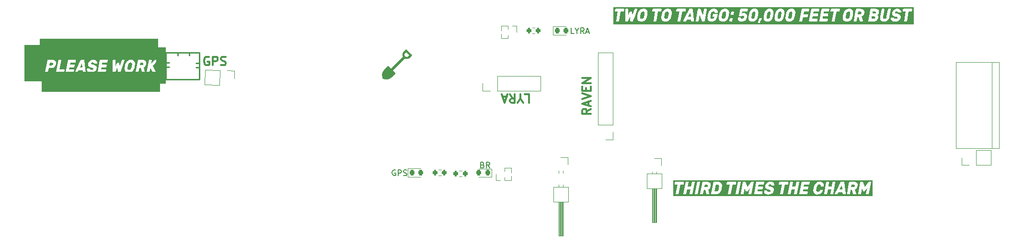
<source format=gbr>
%TF.GenerationSoftware,KiCad,Pcbnew,8.0.0*%
%TF.CreationDate,2024-08-29T00:31:50-07:00*%
%TF.ProjectId,sled,736c6564-2e6b-4696-9361-645f70636258,rev?*%
%TF.SameCoordinates,Original*%
%TF.FileFunction,Legend,Top*%
%TF.FilePolarity,Positive*%
%FSLAX46Y46*%
G04 Gerber Fmt 4.6, Leading zero omitted, Abs format (unit mm)*
G04 Created by KiCad (PCBNEW 8.0.0) date 2024-08-29 00:31:50*
%MOMM*%
%LPD*%
G01*
G04 APERTURE LIST*
G04 Aperture macros list*
%AMRoundRect*
0 Rectangle with rounded corners*
0 $1 Rounding radius*
0 $2 $3 $4 $5 $6 $7 $8 $9 X,Y pos of 4 corners*
0 Add a 4 corners polygon primitive as box body*
4,1,4,$2,$3,$4,$5,$6,$7,$8,$9,$2,$3,0*
0 Add four circle primitives for the rounded corners*
1,1,$1+$1,$2,$3*
1,1,$1+$1,$4,$5*
1,1,$1+$1,$6,$7*
1,1,$1+$1,$8,$9*
0 Add four rect primitives between the rounded corners*
20,1,$1+$1,$2,$3,$4,$5,0*
20,1,$1+$1,$4,$5,$6,$7,0*
20,1,$1+$1,$6,$7,$8,$9,0*
20,1,$1+$1,$8,$9,$2,$3,0*%
%AMHorizOval*
0 Thick line with rounded ends*
0 $1 width*
0 $2 $3 position (X,Y) of the first rounded end (center of the circle)*
0 $4 $5 position (X,Y) of the second rounded end (center of the circle)*
0 Add line between two ends*
20,1,$1,$2,$3,$4,$5,0*
0 Add two circle primitives to create the rounded ends*
1,1,$1,$2,$3*
1,1,$1,$4,$5*%
%AMRotRect*
0 Rectangle, with rotation*
0 The origin of the aperture is its center*
0 $1 length*
0 $2 width*
0 $3 Rotation angle, in degrees counterclockwise*
0 Add horizontal line*
21,1,$1,$2,0,0,$3*%
G04 Aperture macros list end*
%ADD10C,0.150000*%
%ADD11C,0.000000*%
%ADD12C,0.500000*%
%ADD13C,0.100000*%
%ADD14C,0.300000*%
%ADD15C,0.120000*%
%ADD16C,0.250000*%
%ADD17RoundRect,0.200000X-0.200000X-0.275000X0.200000X-0.275000X0.200000X0.275000X-0.200000X0.275000X0*%
%ADD18RoundRect,0.200000X0.200000X0.275000X-0.200000X0.275000X-0.200000X-0.275000X0.200000X-0.275000X0*%
%ADD19RoundRect,0.218750X-0.218750X-0.256250X0.218750X-0.256250X0.218750X0.256250X-0.218750X0.256250X0*%
%ADD20RoundRect,0.218750X0.218750X0.256250X-0.218750X0.256250X-0.218750X-0.256250X0.218750X-0.256250X0*%
%ADD21R,3.000000X3.000000*%
%ADD22C,3.000000*%
%ADD23C,6.400000*%
%ADD24R,1.000000X1.000000*%
%ADD25O,1.000000X1.000000*%
%ADD26R,1.700000X1.700000*%
%ADD27O,1.700000X1.700000*%
%ADD28C,3.800000*%
%ADD29RotRect,1.700000X1.700000X268.000000*%
%ADD30HorizOval,1.700000X0.000000X0.000000X0.000000X0.000000X0*%
%ADD31R,1.600000X1.600000*%
%ADD32C,1.600000*%
G04 APERTURE END LIST*
D10*
X170357969Y-47748819D02*
X169881779Y-47748819D01*
X169881779Y-47748819D02*
X169881779Y-46748819D01*
X170881779Y-47272628D02*
X170881779Y-47748819D01*
X170548446Y-46748819D02*
X170881779Y-47272628D01*
X170881779Y-47272628D02*
X171215112Y-46748819D01*
X172119874Y-47748819D02*
X171786541Y-47272628D01*
X171548446Y-47748819D02*
X171548446Y-46748819D01*
X171548446Y-46748819D02*
X171929398Y-46748819D01*
X171929398Y-46748819D02*
X172024636Y-46796438D01*
X172024636Y-46796438D02*
X172072255Y-46844057D01*
X172072255Y-46844057D02*
X172119874Y-46939295D01*
X172119874Y-46939295D02*
X172119874Y-47082152D01*
X172119874Y-47082152D02*
X172072255Y-47177390D01*
X172072255Y-47177390D02*
X172024636Y-47225009D01*
X172024636Y-47225009D02*
X171929398Y-47272628D01*
X171929398Y-47272628D02*
X171548446Y-47272628D01*
X172500827Y-47463104D02*
X172977017Y-47463104D01*
X172405589Y-47748819D02*
X172738922Y-46748819D01*
X172738922Y-46748819D02*
X173072255Y-47748819D01*
X138782588Y-71942438D02*
X138687350Y-71894819D01*
X138687350Y-71894819D02*
X138544493Y-71894819D01*
X138544493Y-71894819D02*
X138401636Y-71942438D01*
X138401636Y-71942438D02*
X138306398Y-72037676D01*
X138306398Y-72037676D02*
X138258779Y-72132914D01*
X138258779Y-72132914D02*
X138211160Y-72323390D01*
X138211160Y-72323390D02*
X138211160Y-72466247D01*
X138211160Y-72466247D02*
X138258779Y-72656723D01*
X138258779Y-72656723D02*
X138306398Y-72751961D01*
X138306398Y-72751961D02*
X138401636Y-72847200D01*
X138401636Y-72847200D02*
X138544493Y-72894819D01*
X138544493Y-72894819D02*
X138639731Y-72894819D01*
X138639731Y-72894819D02*
X138782588Y-72847200D01*
X138782588Y-72847200D02*
X138830207Y-72799580D01*
X138830207Y-72799580D02*
X138830207Y-72466247D01*
X138830207Y-72466247D02*
X138639731Y-72466247D01*
X139258779Y-72894819D02*
X139258779Y-71894819D01*
X139258779Y-71894819D02*
X139639731Y-71894819D01*
X139639731Y-71894819D02*
X139734969Y-71942438D01*
X139734969Y-71942438D02*
X139782588Y-71990057D01*
X139782588Y-71990057D02*
X139830207Y-72085295D01*
X139830207Y-72085295D02*
X139830207Y-72228152D01*
X139830207Y-72228152D02*
X139782588Y-72323390D01*
X139782588Y-72323390D02*
X139734969Y-72371009D01*
X139734969Y-72371009D02*
X139639731Y-72418628D01*
X139639731Y-72418628D02*
X139258779Y-72418628D01*
X140211160Y-72847200D02*
X140354017Y-72894819D01*
X140354017Y-72894819D02*
X140592112Y-72894819D01*
X140592112Y-72894819D02*
X140687350Y-72847200D01*
X140687350Y-72847200D02*
X140734969Y-72799580D01*
X140734969Y-72799580D02*
X140782588Y-72704342D01*
X140782588Y-72704342D02*
X140782588Y-72609104D01*
X140782588Y-72609104D02*
X140734969Y-72513866D01*
X140734969Y-72513866D02*
X140687350Y-72466247D01*
X140687350Y-72466247D02*
X140592112Y-72418628D01*
X140592112Y-72418628D02*
X140401636Y-72371009D01*
X140401636Y-72371009D02*
X140306398Y-72323390D01*
X140306398Y-72323390D02*
X140258779Y-72275771D01*
X140258779Y-72275771D02*
X140211160Y-72180533D01*
X140211160Y-72180533D02*
X140211160Y-72085295D01*
X140211160Y-72085295D02*
X140258779Y-71990057D01*
X140258779Y-71990057D02*
X140306398Y-71942438D01*
X140306398Y-71942438D02*
X140401636Y-71894819D01*
X140401636Y-71894819D02*
X140639731Y-71894819D01*
X140639731Y-71894819D02*
X140782588Y-71942438D01*
X154184112Y-71008009D02*
X154326969Y-71055628D01*
X154326969Y-71055628D02*
X154374588Y-71103247D01*
X154374588Y-71103247D02*
X154422207Y-71198485D01*
X154422207Y-71198485D02*
X154422207Y-71341342D01*
X154422207Y-71341342D02*
X154374588Y-71436580D01*
X154374588Y-71436580D02*
X154326969Y-71484200D01*
X154326969Y-71484200D02*
X154231731Y-71531819D01*
X154231731Y-71531819D02*
X153850779Y-71531819D01*
X153850779Y-71531819D02*
X153850779Y-70531819D01*
X153850779Y-70531819D02*
X154184112Y-70531819D01*
X154184112Y-70531819D02*
X154279350Y-70579438D01*
X154279350Y-70579438D02*
X154326969Y-70627057D01*
X154326969Y-70627057D02*
X154374588Y-70722295D01*
X154374588Y-70722295D02*
X154374588Y-70817533D01*
X154374588Y-70817533D02*
X154326969Y-70912771D01*
X154326969Y-70912771D02*
X154279350Y-70960390D01*
X154279350Y-70960390D02*
X154184112Y-71008009D01*
X154184112Y-71008009D02*
X153850779Y-71008009D01*
X155422207Y-71531819D02*
X155088874Y-71055628D01*
X154850779Y-71531819D02*
X154850779Y-70531819D01*
X154850779Y-70531819D02*
X155231731Y-70531819D01*
X155231731Y-70531819D02*
X155326969Y-70579438D01*
X155326969Y-70579438D02*
X155374588Y-70627057D01*
X155374588Y-70627057D02*
X155422207Y-70722295D01*
X155422207Y-70722295D02*
X155422207Y-70865152D01*
X155422207Y-70865152D02*
X155374588Y-70960390D01*
X155374588Y-70960390D02*
X155326969Y-71008009D01*
X155326969Y-71008009D02*
X155231731Y-71055628D01*
X155231731Y-71055628D02*
X154850779Y-71055628D01*
D11*
G36*
X140711851Y-50567530D02*
G01*
X140720736Y-50568166D01*
X140729587Y-50569228D01*
X140738389Y-50570714D01*
X140747124Y-50572624D01*
X140755778Y-50574959D01*
X140764332Y-50577718D01*
X140772770Y-50580902D01*
X140781077Y-50584511D01*
X140789235Y-50588544D01*
X140797228Y-50593002D01*
X140805039Y-50597885D01*
X140812653Y-50603192D01*
X140820052Y-50608923D01*
X140827220Y-50615079D01*
X140834140Y-50621660D01*
X141656343Y-51443863D01*
X141662924Y-51450786D01*
X141669080Y-51457955D01*
X141674812Y-51465355D01*
X141680119Y-51472970D01*
X141685002Y-51480782D01*
X141689460Y-51488776D01*
X141693494Y-51496935D01*
X141697103Y-51505241D01*
X141700287Y-51513680D01*
X141703047Y-51522234D01*
X141705383Y-51530887D01*
X141707294Y-51539623D01*
X141708780Y-51548424D01*
X141709842Y-51557274D01*
X141710480Y-51566158D01*
X141710693Y-51575058D01*
X141710481Y-51583958D01*
X141709845Y-51592842D01*
X141708785Y-51601692D01*
X141707300Y-51610493D01*
X141705390Y-51619228D01*
X141703056Y-51627881D01*
X141700298Y-51636435D01*
X141697115Y-51644873D01*
X141693508Y-51653179D01*
X141689477Y-51661337D01*
X141685021Y-51669330D01*
X141680140Y-51677142D01*
X141674835Y-51684756D01*
X141669106Y-51692155D01*
X141662952Y-51699324D01*
X141656374Y-51706245D01*
X141341479Y-52021141D01*
X141318469Y-52043238D01*
X141294819Y-52064173D01*
X141245741Y-52102572D01*
X141194523Y-52136361D01*
X141141444Y-52165565D01*
X141086781Y-52190208D01*
X141030814Y-52210314D01*
X140973821Y-52225909D01*
X140916080Y-52237015D01*
X140857869Y-52243659D01*
X140799468Y-52245863D01*
X140741154Y-52243654D01*
X140683206Y-52237054D01*
X140625903Y-52226088D01*
X140569522Y-52210781D01*
X140514343Y-52191157D01*
X140460643Y-52167241D01*
X138347812Y-54280062D01*
X138744645Y-54676896D01*
X138748776Y-54681243D01*
X138752641Y-54685746D01*
X138756239Y-54690393D01*
X138759570Y-54695175D01*
X138762636Y-54700081D01*
X138765434Y-54705101D01*
X138767966Y-54710224D01*
X138770232Y-54715440D01*
X138772231Y-54720740D01*
X138773964Y-54726111D01*
X138775430Y-54731545D01*
X138776630Y-54737030D01*
X138777563Y-54742557D01*
X138778229Y-54748114D01*
X138778630Y-54753693D01*
X138778763Y-54759281D01*
X138778630Y-54764870D01*
X138778230Y-54770448D01*
X138777564Y-54776005D01*
X138776632Y-54781531D01*
X138775432Y-54787016D01*
X138773966Y-54792449D01*
X138772234Y-54797820D01*
X138770235Y-54803118D01*
X138767969Y-54808333D01*
X138765437Y-54813455D01*
X138762638Y-54818474D01*
X138759573Y-54823379D01*
X138756241Y-54828159D01*
X138752642Y-54832805D01*
X138748777Y-54837305D01*
X138744645Y-54841651D01*
X138086442Y-55499854D01*
X138029915Y-55552922D01*
X137970584Y-55601977D01*
X137908662Y-55646955D01*
X137844360Y-55687794D01*
X137777890Y-55724429D01*
X137709466Y-55756800D01*
X137639299Y-55784842D01*
X137567601Y-55808493D01*
X137494584Y-55827691D01*
X137420460Y-55842371D01*
X137345442Y-55852472D01*
X137269742Y-55857930D01*
X137193572Y-55858683D01*
X137117143Y-55854668D01*
X137040669Y-55845821D01*
X136964361Y-55832081D01*
X136630376Y-55761005D01*
X136619863Y-55758362D01*
X136609671Y-55754990D01*
X136599828Y-55750920D01*
X136590365Y-55746179D01*
X136581311Y-55740797D01*
X136572693Y-55734803D01*
X136564542Y-55728227D01*
X136556887Y-55721097D01*
X136549757Y-55713442D01*
X136543180Y-55705292D01*
X136537186Y-55696675D01*
X136531804Y-55687622D01*
X136527063Y-55678160D01*
X136522992Y-55668319D01*
X136519621Y-55658128D01*
X136516977Y-55647617D01*
X136445902Y-55313632D01*
X136432165Y-55237326D01*
X136423321Y-55160853D01*
X136419307Y-55084426D01*
X136420061Y-55008257D01*
X136425520Y-54932558D01*
X136435620Y-54857541D01*
X136450300Y-54783419D01*
X136469496Y-54710403D01*
X136493146Y-54638705D01*
X136521186Y-54568539D01*
X136553554Y-54500116D01*
X136590188Y-54433648D01*
X136631024Y-54369347D01*
X136676000Y-54307426D01*
X136725053Y-54248097D01*
X136778119Y-54191572D01*
X137436322Y-53533369D01*
X137440669Y-53529238D01*
X137445172Y-53525373D01*
X137449819Y-53521775D01*
X137454600Y-53518444D01*
X137459506Y-53515379D01*
X137464526Y-53512580D01*
X137469649Y-53510049D01*
X137474865Y-53507783D01*
X137480164Y-53505784D01*
X137485535Y-53504052D01*
X137490968Y-53502586D01*
X137496453Y-53501387D01*
X137501980Y-53500454D01*
X137507537Y-53499788D01*
X137513115Y-53499388D01*
X137518703Y-53499255D01*
X137524292Y-53499388D01*
X137529869Y-53499788D01*
X137535427Y-53500454D01*
X137540953Y-53501387D01*
X137546437Y-53502586D01*
X137551870Y-53504052D01*
X137557241Y-53505784D01*
X137562540Y-53507783D01*
X137567755Y-53510049D01*
X137572878Y-53512580D01*
X137577897Y-53515379D01*
X137582802Y-53518444D01*
X137587583Y-53521775D01*
X137592229Y-53525373D01*
X137596730Y-53529238D01*
X137601077Y-53533369D01*
X137997910Y-53930203D01*
X140111021Y-51817101D01*
X140086898Y-51762631D01*
X140067203Y-51706797D01*
X140051938Y-51649875D01*
X140041102Y-51592142D01*
X140034697Y-51533873D01*
X140032839Y-51478784D01*
X140403493Y-51478784D01*
X140403942Y-51497779D01*
X140405294Y-51516739D01*
X140407550Y-51535629D01*
X140410710Y-51554412D01*
X140414774Y-51573054D01*
X140419741Y-51591519D01*
X140425613Y-51609772D01*
X140432388Y-51627777D01*
X140440067Y-51645498D01*
X140448651Y-51662902D01*
X140458138Y-51679951D01*
X140468529Y-51696610D01*
X140479823Y-51712845D01*
X140492022Y-51728619D01*
X140505125Y-51743898D01*
X140519131Y-51758645D01*
X140519255Y-51758759D01*
X140519369Y-51758883D01*
X140534153Y-51772927D01*
X140549461Y-51786065D01*
X140565260Y-51798295D01*
X140581513Y-51809619D01*
X140598185Y-51820036D01*
X140615243Y-51829545D01*
X140632650Y-51838149D01*
X140650372Y-51845845D01*
X140668374Y-51852635D01*
X140686620Y-51858518D01*
X140705076Y-51863495D01*
X140723706Y-51867566D01*
X140742476Y-51870730D01*
X140761350Y-51872989D01*
X140780294Y-51874341D01*
X140799273Y-51874787D01*
X140818251Y-51874327D01*
X140837193Y-51872961D01*
X140856065Y-51870689D01*
X140874831Y-51867511D01*
X140893457Y-51863428D01*
X140911907Y-51858439D01*
X140930147Y-51852545D01*
X140948140Y-51845745D01*
X140965854Y-51838040D01*
X140983251Y-51829429D01*
X141000298Y-51819914D01*
X141016959Y-51809493D01*
X141033199Y-51798167D01*
X141048984Y-51785936D01*
X141064277Y-51772800D01*
X141079045Y-51758759D01*
X141262734Y-51575080D01*
X140702934Y-51015280D01*
X140519245Y-51198969D01*
X140505231Y-51213710D01*
X140492122Y-51228984D01*
X140479916Y-51244753D01*
X140468615Y-51260983D01*
X140458217Y-51277639D01*
X140448723Y-51294684D01*
X140440132Y-51312083D01*
X140432446Y-51329802D01*
X140425663Y-51347804D01*
X140419785Y-51366055D01*
X140414810Y-51384518D01*
X140410739Y-51403158D01*
X140407572Y-51421940D01*
X140405308Y-51440829D01*
X140403949Y-51459788D01*
X140403493Y-51478784D01*
X140032839Y-51478784D01*
X140032724Y-51475345D01*
X140035182Y-51416834D01*
X140042072Y-51358615D01*
X140053396Y-51300966D01*
X140069153Y-51244161D01*
X140089345Y-51188478D01*
X140113972Y-51134193D01*
X140127949Y-51107660D01*
X140143034Y-51081580D01*
X140159229Y-51055988D01*
X140176533Y-51030918D01*
X140194946Y-51006404D01*
X140214469Y-50982481D01*
X140235101Y-50959183D01*
X140256842Y-50936545D01*
X140571737Y-50621650D01*
X140578661Y-50615071D01*
X140585831Y-50608916D01*
X140593233Y-50603186D01*
X140600848Y-50597880D01*
X140608662Y-50592999D01*
X140616657Y-50588542D01*
X140624816Y-50584509D01*
X140633124Y-50580901D01*
X140641564Y-50577717D01*
X140650120Y-50574958D01*
X140658774Y-50572624D01*
X140667510Y-50570713D01*
X140676313Y-50569228D01*
X140685164Y-50568166D01*
X140694049Y-50567530D01*
X140702950Y-50567317D01*
X140711851Y-50567530D01*
G37*
D12*
G36*
X193803988Y-74477676D02*
G01*
X193912828Y-74507743D01*
X193979633Y-74593489D01*
X193980110Y-74703733D01*
X193945122Y-74803751D01*
X193872333Y-74882113D01*
X193777918Y-74921405D01*
X193672364Y-74932345D01*
X193363152Y-74932345D01*
X193447660Y-74475672D01*
X193756872Y-74475672D01*
X193803988Y-74477676D01*
G37*
G36*
X195735023Y-74478975D02*
G01*
X195838933Y-74505405D01*
X195925260Y-74569644D01*
X195957591Y-74622263D01*
X195982391Y-74731797D01*
X195976551Y-74847714D01*
X195974886Y-74858529D01*
X195957140Y-74971564D01*
X195937472Y-75087317D01*
X195933398Y-75108687D01*
X195910745Y-75219626D01*
X195886669Y-75333513D01*
X195868885Y-75400002D01*
X195819483Y-75513358D01*
X195751637Y-75600556D01*
X195665347Y-75661594D01*
X195560612Y-75696473D01*
X195459244Y-75705556D01*
X195166153Y-75705556D01*
X195393787Y-74475672D01*
X195672713Y-74475672D01*
X195735023Y-74478975D01*
G37*
G36*
X217737123Y-75354396D02*
G01*
X217293090Y-75354396D01*
X217654569Y-74602067D01*
X217737123Y-75354396D01*
G37*
G36*
X219760164Y-74477676D02*
G01*
X219869004Y-74507743D01*
X219935809Y-74593489D01*
X219936286Y-74703733D01*
X219901298Y-74803751D01*
X219828509Y-74882113D01*
X219734094Y-74921405D01*
X219628540Y-74932345D01*
X219319328Y-74932345D01*
X219403836Y-74475672D01*
X219713048Y-74475672D01*
X219760164Y-74477676D01*
G37*
G36*
X223074702Y-76483670D02*
G01*
X187844346Y-76483670D01*
X187844346Y-74392690D01*
X188094346Y-74392690D01*
X188105092Y-74450942D01*
X188152964Y-74475672D01*
X188635099Y-74475672D01*
X188332727Y-76112221D01*
X188342985Y-76173220D01*
X188390856Y-76198500D01*
X188749405Y-76198500D01*
X188806069Y-76173220D01*
X188839472Y-76112770D01*
X189679482Y-76112770D01*
X189690228Y-76174869D01*
X189738100Y-76198500D01*
X190096648Y-76198500D01*
X190153801Y-76172671D01*
X190187018Y-76111122D01*
X190333076Y-75319775D01*
X190940752Y-75319775D01*
X190794695Y-76111122D01*
X190805441Y-76172671D01*
X190852824Y-76198500D01*
X191211373Y-76198500D01*
X191268037Y-76173220D01*
X191301254Y-76112770D01*
X191729168Y-76112770D01*
X191739914Y-76173220D01*
X191787786Y-76198500D01*
X192146334Y-76198500D01*
X192202999Y-76173220D01*
X192236216Y-76112770D01*
X192637751Y-76112770D01*
X192648498Y-76173220D01*
X192696369Y-76198500D01*
X193054918Y-76198500D01*
X193111582Y-76173220D01*
X193145288Y-76111671D01*
X193272294Y-75425288D01*
X193524353Y-75425288D01*
X193701184Y-76111671D01*
X193730494Y-76174319D01*
X193799859Y-76198500D01*
X194172573Y-76198500D01*
X194218979Y-76177617D01*
X194246334Y-76128158D01*
X194245266Y-76112770D01*
X194583878Y-76112770D01*
X194594625Y-76173220D01*
X194642496Y-76198500D01*
X195382064Y-76198500D01*
X195443727Y-76196748D01*
X195548664Y-76185252D01*
X195649813Y-76163028D01*
X195747176Y-76130075D01*
X195840752Y-76086392D01*
X195892134Y-76056871D01*
X195977205Y-75998680D01*
X196056105Y-75932180D01*
X196128834Y-75857370D01*
X196195392Y-75774250D01*
X196230273Y-75723442D01*
X196284630Y-75630025D01*
X196330478Y-75530876D01*
X196367817Y-75425993D01*
X196396648Y-75315378D01*
X196420874Y-75204121D01*
X196443543Y-75093911D01*
X196444140Y-75090627D01*
X196462014Y-74981125D01*
X196479691Y-74865849D01*
X196491388Y-74756253D01*
X196491533Y-74637568D01*
X196477573Y-74525890D01*
X196445009Y-74408627D01*
X196438359Y-74392690D01*
X197315002Y-74392690D01*
X197325748Y-74450942D01*
X197373620Y-74475672D01*
X197855755Y-74475672D01*
X197553383Y-76112221D01*
X197563641Y-76173220D01*
X197611512Y-76198500D01*
X197970061Y-76198500D01*
X198026725Y-76173220D01*
X198060128Y-76112770D01*
X198900138Y-76112770D01*
X198910884Y-76173220D01*
X198958756Y-76198500D01*
X199317304Y-76198500D01*
X199373969Y-76173220D01*
X199407186Y-76112770D01*
X199808721Y-76112770D01*
X199819468Y-76173220D01*
X199867339Y-76198500D01*
X200225888Y-76198500D01*
X200282552Y-76173220D01*
X200315769Y-76113320D01*
X200508721Y-75070830D01*
X200669921Y-75587953D01*
X200702161Y-75644557D01*
X200757360Y-75666539D01*
X200932238Y-75666539D01*
X200995253Y-75644557D01*
X201048009Y-75587953D01*
X201401184Y-75070830D01*
X201208233Y-76113320D01*
X201218979Y-76173220D01*
X201266851Y-76198500D01*
X201625399Y-76198500D01*
X201682064Y-76173220D01*
X201715281Y-76112770D01*
X202149545Y-76112770D01*
X202160291Y-76173220D01*
X202208163Y-76198500D01*
X203506069Y-76198500D01*
X203562734Y-76173770D01*
X203595462Y-76115518D01*
X203656034Y-75788538D01*
X203644799Y-75730286D01*
X203596928Y-75705556D01*
X202731819Y-75705556D01*
X202737575Y-75674421D01*
X203924233Y-75674421D01*
X203943180Y-75791075D01*
X203986739Y-75895699D01*
X204002938Y-75923337D01*
X204068655Y-76008345D01*
X204152403Y-76082405D01*
X204243194Y-76139698D01*
X204254153Y-76145480D01*
X204346118Y-76185124D01*
X204445716Y-76213022D01*
X204552946Y-76229174D01*
X204653034Y-76233670D01*
X204698429Y-76232927D01*
X204801946Y-76225406D01*
X204902097Y-76209786D01*
X204998882Y-76186066D01*
X205105371Y-76149040D01*
X205205419Y-76101882D01*
X205296491Y-76045588D01*
X205378588Y-75980158D01*
X205451708Y-75905591D01*
X205492206Y-75854686D01*
X205553021Y-75756632D01*
X205598303Y-75650319D01*
X205628051Y-75535747D01*
X205642242Y-75431238D01*
X205642624Y-75306560D01*
X205617727Y-75186332D01*
X205566013Y-75087317D01*
X205534254Y-75049329D01*
X205453837Y-74981186D01*
X205364990Y-74930125D01*
X205258891Y-74887059D01*
X205154220Y-74856507D01*
X205139945Y-74852963D01*
X205035501Y-74826619D01*
X204929332Y-74798712D01*
X204831819Y-74770778D01*
X204789138Y-74755734D01*
X204699928Y-74704832D01*
X204672085Y-74603716D01*
X204691238Y-74548366D01*
X204770759Y-74477320D01*
X204868155Y-74448591D01*
X204971038Y-74440501D01*
X205016564Y-74442848D01*
X205114653Y-74470176D01*
X205196718Y-74536671D01*
X205224073Y-74580635D01*
X205266083Y-74621301D01*
X205324213Y-74632842D01*
X205682273Y-74632842D01*
X205726237Y-74612509D01*
X205753103Y-74564148D01*
X205756954Y-74503512D01*
X205739692Y-74392690D01*
X206541519Y-74392690D01*
X206552266Y-74450942D01*
X206600138Y-74475672D01*
X207082273Y-74475672D01*
X206779900Y-76112221D01*
X206790159Y-76173220D01*
X206838030Y-76198500D01*
X207196579Y-76198500D01*
X207253243Y-76173220D01*
X207286646Y-76112770D01*
X208126655Y-76112770D01*
X208137402Y-76174869D01*
X208185274Y-76198500D01*
X208543822Y-76198500D01*
X208600975Y-76172671D01*
X208634192Y-76111122D01*
X208780249Y-75319775D01*
X209387926Y-75319775D01*
X209241868Y-76111122D01*
X209252615Y-76172671D01*
X209299998Y-76198500D01*
X209658547Y-76198500D01*
X209715211Y-76173220D01*
X209748428Y-76112770D01*
X210176341Y-76112770D01*
X210187088Y-76173220D01*
X210234960Y-76198500D01*
X211532866Y-76198500D01*
X211589531Y-76173770D01*
X211622259Y-76115518D01*
X211682831Y-75788538D01*
X211671596Y-75730286D01*
X211623725Y-75705556D01*
X210758616Y-75705556D01*
X210783036Y-75573461D01*
X212629816Y-75573461D01*
X212643971Y-75693501D01*
X212673969Y-75806673D01*
X212697620Y-75865706D01*
X212752455Y-75962229D01*
X212823054Y-76046232D01*
X212909419Y-76117716D01*
X212930762Y-76131758D01*
X213022887Y-76178864D01*
X213125820Y-76211476D01*
X213224752Y-76228122D01*
X213331959Y-76233670D01*
X213390478Y-76232048D01*
X213491234Y-76221397D01*
X213589885Y-76200807D01*
X213686433Y-76170277D01*
X213780877Y-76129806D01*
X213794184Y-76123243D01*
X213812933Y-76112770D01*
X214533634Y-76112770D01*
X214544381Y-76174869D01*
X214592252Y-76198500D01*
X214950801Y-76198500D01*
X215007953Y-76172671D01*
X215041170Y-76111122D01*
X215187228Y-75319775D01*
X215794904Y-75319775D01*
X215648847Y-76111122D01*
X215659593Y-76172671D01*
X215706976Y-76198500D01*
X216065525Y-76198500D01*
X216122189Y-76173220D01*
X216147253Y-76127608D01*
X216419677Y-76127608D01*
X216427981Y-76177617D01*
X216466572Y-76198500D01*
X216811443Y-76198500D01*
X216889112Y-76174319D01*
X216933564Y-76117167D01*
X217060082Y-75847339D01*
X217788414Y-75847339D01*
X217815769Y-76117167D01*
X217839217Y-76174319D01*
X217907116Y-76198500D01*
X218251987Y-76198500D01*
X218298393Y-76178166D01*
X218325260Y-76128707D01*
X218324601Y-76112770D01*
X218593927Y-76112770D01*
X218604674Y-76173220D01*
X218652545Y-76198500D01*
X219011094Y-76198500D01*
X219067758Y-76173220D01*
X219101464Y-76111671D01*
X219228470Y-75425288D01*
X219480528Y-75425288D01*
X219657360Y-76111671D01*
X219686669Y-76174319D01*
X219756034Y-76198500D01*
X220128749Y-76198500D01*
X220175155Y-76177617D01*
X220202510Y-76128158D01*
X220201442Y-76112770D01*
X220540054Y-76112770D01*
X220550801Y-76173220D01*
X220598672Y-76198500D01*
X220957221Y-76198500D01*
X221013885Y-76173220D01*
X221047102Y-76113320D01*
X221240054Y-75070830D01*
X221401254Y-75587953D01*
X221433494Y-75644557D01*
X221488693Y-75666539D01*
X221663571Y-75666539D01*
X221726586Y-75644557D01*
X221779342Y-75587953D01*
X222132517Y-75070830D01*
X221939565Y-76113320D01*
X221950312Y-76173220D01*
X221998184Y-76198500D01*
X222356732Y-76198500D01*
X222413397Y-76173220D01*
X222446614Y-76112770D01*
X222824702Y-74068458D01*
X222813466Y-74008008D01*
X222766083Y-73982728D01*
X222448568Y-73982728D01*
X222389560Y-73996968D01*
X222315211Y-74069007D01*
X221708512Y-74951579D01*
X221427632Y-74069007D01*
X221414065Y-74035389D01*
X221325539Y-73982728D01*
X221008023Y-73982728D01*
X220950870Y-74008008D01*
X220918142Y-74068458D01*
X220540054Y-76112770D01*
X220201442Y-76112770D01*
X220200068Y-76092987D01*
X220001254Y-75331315D01*
X220066069Y-75296375D01*
X220163370Y-75227108D01*
X220247267Y-75144048D01*
X220317759Y-75047195D01*
X220374846Y-74936551D01*
X220418528Y-74812114D01*
X220443822Y-74702634D01*
X220458682Y-74594998D01*
X220461338Y-74477275D01*
X220443513Y-74355705D01*
X220403155Y-74251123D01*
X220340263Y-74163529D01*
X220306747Y-74131218D01*
X220215051Y-74068185D01*
X220121422Y-74027929D01*
X220013917Y-74000385D01*
X219913729Y-73987142D01*
X219803906Y-73982728D01*
X219061896Y-73982728D01*
X219004743Y-74008008D01*
X218972015Y-74068458D01*
X218812242Y-74932345D01*
X218593927Y-76112770D01*
X218324601Y-76112770D01*
X218323306Y-76081446D01*
X218094695Y-74087142D01*
X218064408Y-74012953D01*
X217990647Y-73982728D01*
X217546614Y-73982728D01*
X217461617Y-74012953D01*
X217404953Y-74087142D01*
X216790951Y-75354396D01*
X216439217Y-76080347D01*
X216419677Y-76127608D01*
X216147253Y-76127608D01*
X216155406Y-76112770D01*
X216533494Y-74068458D01*
X216522259Y-74008008D01*
X216474876Y-73982728D01*
X216116327Y-73982728D01*
X216059175Y-74008008D01*
X216026446Y-74067908D01*
X215886251Y-74826832D01*
X215278575Y-74826832D01*
X215418770Y-74067908D01*
X215407535Y-74008008D01*
X215360152Y-73982728D01*
X215001603Y-73982728D01*
X214944450Y-74008008D01*
X214911722Y-74068458D01*
X214533634Y-76112770D01*
X213812933Y-76112770D01*
X213883643Y-76073272D01*
X213977981Y-76007532D01*
X214063894Y-75932588D01*
X214141380Y-75848438D01*
X214192659Y-75780509D01*
X214249598Y-75686331D01*
X214298036Y-75575453D01*
X214329935Y-75459360D01*
X214320654Y-75410450D01*
X214282552Y-75390117D01*
X213923515Y-75390117D01*
X213859524Y-75409900D01*
X213813117Y-75484089D01*
X213806740Y-75497358D01*
X213749424Y-75588798D01*
X213675364Y-75665989D01*
X213626607Y-75698687D01*
X213526931Y-75731896D01*
X213422817Y-75740727D01*
X213362052Y-75737076D01*
X213263913Y-75707864D01*
X213188833Y-75636863D01*
X213168786Y-75595615D01*
X213144182Y-75481487D01*
X213147800Y-75363739D01*
X213154291Y-75318697D01*
X213172911Y-75203082D01*
X213192741Y-75092263D01*
X213201945Y-75043034D01*
X213223160Y-74935177D01*
X213247939Y-74820787D01*
X213276602Y-74730132D01*
X213323807Y-74633383D01*
X213390577Y-74545464D01*
X213467966Y-74485704D01*
X213562440Y-74450751D01*
X213663152Y-74440501D01*
X213702674Y-74441668D01*
X213801638Y-74459185D01*
X213887856Y-74515239D01*
X213931226Y-74586841D01*
X213958686Y-74697139D01*
X213977249Y-74772427D01*
X214033913Y-74791661D01*
X214392950Y-74791661D01*
X214438868Y-74771327D01*
X214465734Y-74722418D01*
X214472947Y-74670177D01*
X214475837Y-74556401D01*
X214457385Y-74436102D01*
X214421282Y-74333339D01*
X214393781Y-74279509D01*
X214332618Y-74191743D01*
X214256463Y-74115714D01*
X214165316Y-74051422D01*
X214154297Y-74045032D01*
X214061919Y-74001214D01*
X213962032Y-73970379D01*
X213854633Y-73952527D01*
X213754499Y-73947557D01*
X213691538Y-73949369D01*
X213584551Y-73961259D01*
X213481632Y-73984246D01*
X213382780Y-74018330D01*
X213287995Y-74063512D01*
X213261775Y-74078315D01*
X213174424Y-74134996D01*
X213093944Y-74199250D01*
X213010383Y-74281956D01*
X212935797Y-74374555D01*
X212871409Y-74474813D01*
X212817950Y-74580497D01*
X212775421Y-74691609D01*
X212743822Y-74808147D01*
X212724069Y-74901570D01*
X212700996Y-75013875D01*
X212679831Y-75122488D01*
X212675243Y-75147921D01*
X212656818Y-75258287D01*
X212639286Y-75373081D01*
X212630534Y-75460993D01*
X212629816Y-75573461D01*
X210783036Y-75573461D01*
X210829935Y-75319775D01*
X211612978Y-75319775D01*
X211669642Y-75295045D01*
X211702859Y-75236793D01*
X211763431Y-74909813D01*
X211751708Y-74851561D01*
X211704325Y-74826832D01*
X210921282Y-74826832D01*
X210986251Y-74475672D01*
X211829377Y-74475672D01*
X211886041Y-74450942D01*
X211918770Y-74392690D01*
X211979342Y-74065710D01*
X211968107Y-74007458D01*
X211920235Y-73982728D01*
X210644311Y-73982728D01*
X210587158Y-74008008D01*
X210554429Y-74068458D01*
X210176341Y-76112770D01*
X209748428Y-76112770D01*
X210126516Y-74068458D01*
X210115281Y-74008008D01*
X210067898Y-73982728D01*
X209709349Y-73982728D01*
X209652196Y-74008008D01*
X209619468Y-74067908D01*
X209479272Y-74826832D01*
X208871596Y-74826832D01*
X209011792Y-74067908D01*
X209000556Y-74008008D01*
X208953173Y-73982728D01*
X208594625Y-73982728D01*
X208537472Y-74008008D01*
X208504743Y-74068458D01*
X208126655Y-76112770D01*
X207286646Y-76112770D01*
X207286949Y-76112221D01*
X207589321Y-74475672D01*
X208070968Y-74475672D01*
X208127144Y-74450942D01*
X208159872Y-74392690D01*
X208220445Y-74065710D01*
X208209210Y-74007458D01*
X208161826Y-73982728D01*
X206690996Y-73982728D01*
X206634332Y-74007458D01*
X206602092Y-74065710D01*
X206541519Y-74392690D01*
X205739692Y-74392690D01*
X205739174Y-74389367D01*
X205693997Y-74282231D01*
X205683824Y-74264425D01*
X205615666Y-74173318D01*
X205535772Y-74100525D01*
X205449265Y-74043178D01*
X205374152Y-74005920D01*
X205269747Y-73971463D01*
X205169546Y-73953534D01*
X205062385Y-73947557D01*
X205048010Y-73947650D01*
X204949361Y-73953465D01*
X204840856Y-73971188D01*
X204736870Y-74000726D01*
X204637402Y-74042079D01*
X204567083Y-74079786D01*
X204480804Y-74137093D01*
X204393959Y-74211171D01*
X204317933Y-74295420D01*
X204295284Y-74325337D01*
X204236920Y-74417986D01*
X204188930Y-74526028D01*
X204158686Y-74639436D01*
X204144976Y-74738799D01*
X204143312Y-74859201D01*
X204164139Y-74978150D01*
X204209000Y-75079623D01*
X204215481Y-75089835D01*
X204288274Y-75173432D01*
X204374843Y-75235188D01*
X204467471Y-75279531D01*
X204575853Y-75314829D01*
X204694066Y-75343405D01*
X204759222Y-75360748D01*
X204860298Y-75388429D01*
X204959803Y-75417594D01*
X204994124Y-75429206D01*
X205083878Y-75479693D01*
X205114653Y-75570918D01*
X205106082Y-75601264D01*
X205038381Y-75680863D01*
X204940874Y-75720662D01*
X204842460Y-75736582D01*
X204743892Y-75740727D01*
X204674787Y-75735472D01*
X204579761Y-75703358D01*
X204563885Y-75693870D01*
X204486949Y-75619278D01*
X204454220Y-75562125D01*
X204449667Y-75556601D01*
X204358477Y-75516512D01*
X203999440Y-75516512D01*
X203955965Y-75536846D01*
X203929586Y-75585206D01*
X203924233Y-75674421D01*
X202737575Y-75674421D01*
X202803138Y-75319775D01*
X203586181Y-75319775D01*
X203642845Y-75295045D01*
X203676062Y-75236793D01*
X203736635Y-74909813D01*
X203724911Y-74851561D01*
X203677528Y-74826832D01*
X202894485Y-74826832D01*
X202959454Y-74475672D01*
X203802580Y-74475672D01*
X203859244Y-74450942D01*
X203891973Y-74392690D01*
X203952545Y-74065710D01*
X203941310Y-74007458D01*
X203893438Y-73982728D01*
X202617514Y-73982728D01*
X202560361Y-74008008D01*
X202527632Y-74068458D01*
X202149545Y-76112770D01*
X201715281Y-76112770D01*
X202093369Y-74068458D01*
X202082133Y-74008008D01*
X202034750Y-73982728D01*
X201717235Y-73982728D01*
X201658228Y-73996968D01*
X201583878Y-74069007D01*
X200977179Y-74951579D01*
X200696300Y-74069007D01*
X200682732Y-74035389D01*
X200594206Y-73982728D01*
X200276690Y-73982728D01*
X200219538Y-74008008D01*
X200186809Y-74068458D01*
X199808721Y-76112770D01*
X199407186Y-76112770D01*
X199785274Y-74068458D01*
X199774039Y-74008008D01*
X199726655Y-73982728D01*
X199368107Y-73982728D01*
X199310954Y-74008008D01*
X199278226Y-74068458D01*
X198900138Y-76112770D01*
X198060128Y-76112770D01*
X198060431Y-76112221D01*
X198362803Y-74475672D01*
X198844450Y-74475672D01*
X198900626Y-74450942D01*
X198933355Y-74392690D01*
X198993927Y-74065710D01*
X198982692Y-74007458D01*
X198935309Y-73982728D01*
X197464478Y-73982728D01*
X197407814Y-74007458D01*
X197375574Y-74065710D01*
X197315002Y-74392690D01*
X196438359Y-74392690D01*
X196419690Y-74347946D01*
X196361914Y-74249675D01*
X196288451Y-74165488D01*
X196199300Y-74095385D01*
X196177446Y-74081743D01*
X196084039Y-74035976D01*
X195981044Y-74004292D01*
X195883061Y-73988119D01*
X195777737Y-73982728D01*
X195051847Y-73982728D01*
X194994695Y-74008008D01*
X194961966Y-74068458D01*
X194659191Y-75705556D01*
X194583878Y-76112770D01*
X194245266Y-76112770D01*
X194243892Y-76092987D01*
X194045078Y-75331315D01*
X194109893Y-75296375D01*
X194207195Y-75227108D01*
X194291091Y-75144048D01*
X194361583Y-75047195D01*
X194418670Y-74936551D01*
X194462352Y-74812114D01*
X194487646Y-74702634D01*
X194502506Y-74594998D01*
X194505162Y-74477275D01*
X194487337Y-74355705D01*
X194446979Y-74251123D01*
X194384087Y-74163529D01*
X194350571Y-74131218D01*
X194258875Y-74068185D01*
X194165246Y-74027929D01*
X194057741Y-74000385D01*
X193957554Y-73987142D01*
X193847730Y-73982728D01*
X193105720Y-73982728D01*
X193048568Y-74008008D01*
X193015839Y-74068458D01*
X192856066Y-74932345D01*
X192637751Y-76112770D01*
X192236216Y-76112770D01*
X192614304Y-74068458D01*
X192603069Y-74008008D01*
X192555685Y-73982728D01*
X192197137Y-73982728D01*
X192139984Y-74008008D01*
X192107256Y-74068458D01*
X191729168Y-76112770D01*
X191301254Y-76112770D01*
X191679342Y-74068458D01*
X191668107Y-74008008D01*
X191620724Y-73982728D01*
X191262175Y-73982728D01*
X191205023Y-74008008D01*
X191172294Y-74067908D01*
X191032099Y-74826832D01*
X190424422Y-74826832D01*
X190564618Y-74067908D01*
X190553383Y-74008008D01*
X190506000Y-73982728D01*
X190147451Y-73982728D01*
X190090298Y-74008008D01*
X190057570Y-74068458D01*
X189679482Y-76112770D01*
X188839472Y-76112770D01*
X188839775Y-76112221D01*
X189142147Y-74475672D01*
X189623794Y-74475672D01*
X189679970Y-74450942D01*
X189712699Y-74392690D01*
X189773271Y-74065710D01*
X189762036Y-74007458D01*
X189714653Y-73982728D01*
X188243822Y-73982728D01*
X188187158Y-74007458D01*
X188154918Y-74065710D01*
X188094346Y-74392690D01*
X187844346Y-74392690D01*
X187844346Y-73697557D01*
X223074702Y-73697557D01*
X223074702Y-76483670D01*
G37*
D13*
X75946000Y-48641000D02*
X96774000Y-48641000D01*
X96774000Y-52070000D01*
X75946000Y-52070000D01*
X75946000Y-48641000D01*
G36*
X75946000Y-48641000D02*
G01*
X96774000Y-48641000D01*
X96774000Y-52070000D01*
X75946000Y-52070000D01*
X75946000Y-48641000D01*
G37*
X96520000Y-50165000D02*
X98171000Y-50165000D01*
X98171000Y-56515000D01*
X96520000Y-56515000D01*
X96520000Y-50165000D01*
G36*
X96520000Y-50165000D02*
G01*
X98171000Y-50165000D01*
X98171000Y-56515000D01*
X96520000Y-56515000D01*
X96520000Y-50165000D01*
G37*
X76263500Y-54546500D02*
X97091500Y-54546500D01*
X97091500Y-57975500D01*
X76263500Y-57975500D01*
X76263500Y-54546500D01*
G36*
X76263500Y-54546500D02*
G01*
X97091500Y-54546500D01*
X97091500Y-57975500D01*
X76263500Y-57975500D01*
X76263500Y-54546500D01*
G37*
X73279000Y-49784000D02*
X76708000Y-49784000D01*
X76708000Y-56134000D01*
X73279000Y-56134000D01*
X73279000Y-49784000D01*
G36*
X73279000Y-49784000D02*
G01*
X76708000Y-49784000D01*
X76708000Y-56134000D01*
X73279000Y-56134000D01*
X73279000Y-49784000D01*
G37*
D12*
G36*
X92034404Y-52854113D02*
G01*
X92129155Y-52883016D01*
X92206185Y-52953266D01*
X92234517Y-53008736D01*
X92257636Y-53117481D01*
X92255034Y-53227489D01*
X92250151Y-53269626D01*
X92233548Y-53383123D01*
X92213512Y-53497317D01*
X92202504Y-53555592D01*
X92180385Y-53663217D01*
X92154406Y-53773739D01*
X92124099Y-53865016D01*
X92074149Y-53961701D01*
X92003464Y-54048512D01*
X91939905Y-54097923D01*
X91841216Y-54138649D01*
X91736750Y-54150727D01*
X91679432Y-54147134D01*
X91584681Y-54118386D01*
X91507651Y-54048512D01*
X91479318Y-53992801D01*
X91456199Y-53883812D01*
X91458802Y-53773739D01*
X91465344Y-53720503D01*
X91481585Y-53610892D01*
X91501300Y-53497317D01*
X91510705Y-53447839D01*
X91532790Y-53340149D01*
X91559430Y-53227489D01*
X91589698Y-53136256D01*
X91639496Y-53039742D01*
X91709884Y-52953266D01*
X91773678Y-52903589D01*
X91872562Y-52862644D01*
X91977085Y-52850501D01*
X92034404Y-52854113D01*
G37*
G36*
X78155915Y-52897347D02*
G01*
X78243310Y-52946671D01*
X78282444Y-53017471D01*
X78281900Y-53131868D01*
X78246960Y-53234417D01*
X78174922Y-53317065D01*
X78164338Y-53324386D01*
X78069358Y-53365945D01*
X77971224Y-53377516D01*
X77634168Y-53377516D01*
X77725027Y-52885672D01*
X78062082Y-52885672D01*
X78155915Y-52897347D01*
G37*
G36*
X83477434Y-53764396D02*
G01*
X83033401Y-53764396D01*
X83394880Y-53012067D01*
X83477434Y-53764396D01*
G37*
G36*
X94052883Y-52887676D02*
G01*
X94161723Y-52917743D01*
X94228528Y-53003489D01*
X94229004Y-53113733D01*
X94194017Y-53213751D01*
X94121227Y-53292113D01*
X94026812Y-53331405D01*
X93921258Y-53342345D01*
X93612047Y-53342345D01*
X93696555Y-52885672D01*
X94005766Y-52885672D01*
X94052883Y-52887676D01*
G37*
G36*
X97045997Y-54893670D02*
G01*
X76665117Y-54893670D01*
X76665117Y-54522770D01*
X76915117Y-54522770D01*
X76925864Y-54583220D01*
X76973736Y-54608500D01*
X77332284Y-54608500D01*
X77388949Y-54583220D01*
X77422351Y-54522770D01*
X78835843Y-54522770D01*
X78846590Y-54583220D01*
X78894461Y-54608500D01*
X80162570Y-54608500D01*
X80218746Y-54583770D01*
X80251475Y-54525518D01*
X80251984Y-54522770D01*
X80524050Y-54522770D01*
X80534796Y-54583220D01*
X80582668Y-54608500D01*
X81880575Y-54608500D01*
X81937239Y-54583770D01*
X81963174Y-54537608D01*
X82159988Y-54537608D01*
X82168293Y-54587617D01*
X82206883Y-54608500D01*
X82551754Y-54608500D01*
X82629423Y-54584319D01*
X82673875Y-54527167D01*
X82800393Y-54257339D01*
X83528725Y-54257339D01*
X83556080Y-54527167D01*
X83579528Y-54584319D01*
X83647427Y-54608500D01*
X83992298Y-54608500D01*
X84038704Y-54588166D01*
X84065571Y-54538707D01*
X84063617Y-54491446D01*
X84016959Y-54084421D01*
X84272220Y-54084421D01*
X84291168Y-54201075D01*
X84334727Y-54305699D01*
X84350925Y-54333337D01*
X84416642Y-54418345D01*
X84500391Y-54492405D01*
X84591182Y-54549698D01*
X84602141Y-54555480D01*
X84694106Y-54595124D01*
X84793703Y-54623022D01*
X84900934Y-54639174D01*
X85001021Y-54643670D01*
X85046416Y-54642927D01*
X85149933Y-54635406D01*
X85250084Y-54619786D01*
X85346869Y-54596066D01*
X85453359Y-54559040D01*
X85530308Y-54522770D01*
X86182668Y-54522770D01*
X86193415Y-54583220D01*
X86241286Y-54608500D01*
X87539193Y-54608500D01*
X87595857Y-54583770D01*
X87628586Y-54525518D01*
X87635508Y-54488149D01*
X88822445Y-54488149D01*
X88851754Y-54570581D01*
X88936750Y-54608500D01*
X89164385Y-54608500D01*
X89258174Y-54572779D01*
X89323143Y-54489248D01*
X89659709Y-53781432D01*
X89733471Y-54489248D01*
X89767665Y-54572779D01*
X89848753Y-54608500D01*
X90076387Y-54608500D01*
X90082841Y-54608351D01*
X90175062Y-54570581D01*
X90235634Y-54488149D01*
X90417374Y-53985445D01*
X90939809Y-53985445D01*
X90953530Y-54106316D01*
X90983017Y-54219970D01*
X91006258Y-54278963D01*
X91060595Y-54375211D01*
X91131005Y-54458678D01*
X91217490Y-54529365D01*
X91238856Y-54543207D01*
X91331530Y-54589643D01*
X91435746Y-54621792D01*
X91536401Y-54638201D01*
X91645892Y-54643670D01*
X91710074Y-54641902D01*
X91818610Y-54630294D01*
X91922331Y-54607851D01*
X92021237Y-54574575D01*
X92115327Y-54530464D01*
X92128385Y-54523311D01*
X92129254Y-54522770D01*
X92886646Y-54522770D01*
X92897392Y-54583220D01*
X92945264Y-54608500D01*
X93303812Y-54608500D01*
X93360477Y-54583220D01*
X93394182Y-54521671D01*
X93521189Y-53835288D01*
X93773247Y-53835288D01*
X93950079Y-54521671D01*
X93979388Y-54584319D01*
X94048753Y-54608500D01*
X94421468Y-54608500D01*
X94467874Y-54587617D01*
X94495229Y-54538158D01*
X94494161Y-54522770D01*
X94832773Y-54522770D01*
X94843519Y-54583220D01*
X94891391Y-54608500D01*
X95249939Y-54608500D01*
X95306604Y-54583770D01*
X95339821Y-54523869D01*
X95475131Y-53790774D01*
X95854685Y-54536509D01*
X95896695Y-54591464D01*
X95953847Y-54608500D01*
X96389088Y-54608500D01*
X96435494Y-54588166D01*
X96462849Y-54539806D01*
X96460407Y-54505185D01*
X95929912Y-53464344D01*
X96781342Y-52517475D01*
X96795997Y-52482854D01*
X96789646Y-52419656D01*
X96752033Y-52392728D01*
X96325096Y-52392728D01*
X96255732Y-52411963D01*
X96201998Y-52463620D01*
X95591879Y-53160445D01*
X95717420Y-52479557D01*
X95706674Y-52418557D01*
X95659290Y-52392728D01*
X95300742Y-52392728D01*
X95243589Y-52418008D01*
X95210861Y-52478458D01*
X94832773Y-54522770D01*
X94494161Y-54522770D01*
X94492787Y-54502987D01*
X94293973Y-53741315D01*
X94358788Y-53706375D01*
X94456089Y-53637108D01*
X94539986Y-53554048D01*
X94610477Y-53457195D01*
X94667564Y-53346551D01*
X94711247Y-53222114D01*
X94736541Y-53112634D01*
X94751401Y-53004998D01*
X94754057Y-52887275D01*
X94736232Y-52765705D01*
X94695874Y-52661123D01*
X94632982Y-52573529D01*
X94599465Y-52541218D01*
X94507769Y-52478185D01*
X94414140Y-52437929D01*
X94306635Y-52410385D01*
X94206448Y-52397142D01*
X94096625Y-52392728D01*
X93354615Y-52392728D01*
X93297462Y-52418008D01*
X93264734Y-52478458D01*
X93104961Y-53342345D01*
X92886646Y-54522770D01*
X92129254Y-54522770D01*
X92215863Y-54468880D01*
X92307424Y-54397336D01*
X92390008Y-54315832D01*
X92463617Y-54224367D01*
X92527761Y-54124796D01*
X92581464Y-54019523D01*
X92624726Y-53908549D01*
X92657546Y-53791874D01*
X92671070Y-53734029D01*
X92694698Y-53619780D01*
X92716164Y-53507209D01*
X92729159Y-53435853D01*
X92748165Y-53325107D01*
X92764036Y-53215949D01*
X92772972Y-53127309D01*
X92773933Y-53014171D01*
X92760053Y-52893788D01*
X92730330Y-52780708D01*
X92707089Y-52721729D01*
X92652753Y-52625573D01*
X92582342Y-52542284D01*
X92495857Y-52471863D01*
X92474553Y-52458021D01*
X92382122Y-52411585D01*
X92278151Y-52379436D01*
X92177709Y-52363027D01*
X92068432Y-52357557D01*
X92004120Y-52359343D01*
X91895320Y-52371064D01*
X91791289Y-52393724D01*
X91692026Y-52427324D01*
X91597532Y-52471863D01*
X91571554Y-52486469D01*
X91485021Y-52542594D01*
X91405313Y-52606502D01*
X91322576Y-52689071D01*
X91248753Y-52781807D01*
X91184578Y-52882237D01*
X91130784Y-52988437D01*
X91087370Y-53100407D01*
X91054336Y-53218147D01*
X91040683Y-53282277D01*
X91017190Y-53395930D01*
X90996206Y-53503911D01*
X90985795Y-53561751D01*
X90967185Y-53672736D01*
X90949800Y-53783081D01*
X90940847Y-53871946D01*
X90940738Y-53883812D01*
X90939809Y-53985445D01*
X90417374Y-53985445D01*
X90957616Y-52491097D01*
X90965431Y-52465818D01*
X90956639Y-52414710D01*
X90918048Y-52392728D01*
X90559500Y-52392728D01*
X90501859Y-52413611D01*
X90458872Y-52479007D01*
X90083715Y-53558316D01*
X90029981Y-52976347D01*
X90027573Y-52959651D01*
X89954266Y-52882924D01*
X89696834Y-52882924D01*
X89654199Y-52893963D01*
X89585948Y-52976347D01*
X89316792Y-53558316D01*
X89341217Y-52479007D01*
X89321677Y-52413611D01*
X89271852Y-52392728D01*
X88913792Y-52392728D01*
X88866897Y-52414710D01*
X88840030Y-52465818D01*
X88837588Y-52491097D01*
X88822445Y-54488149D01*
X87635508Y-54488149D01*
X87689158Y-54198538D01*
X87677923Y-54140286D01*
X87630051Y-54115556D01*
X86764943Y-54115556D01*
X86836262Y-53729775D01*
X87619304Y-53729775D01*
X87675969Y-53705045D01*
X87709186Y-53646793D01*
X87769758Y-53319813D01*
X87758034Y-53261561D01*
X87710651Y-53236832D01*
X86927609Y-53236832D01*
X86992577Y-52885672D01*
X87835704Y-52885672D01*
X87892368Y-52860942D01*
X87925096Y-52802690D01*
X87985669Y-52475710D01*
X87974434Y-52417458D01*
X87926562Y-52392728D01*
X86650637Y-52392728D01*
X86593484Y-52418008D01*
X86560756Y-52478458D01*
X86182668Y-54522770D01*
X85530308Y-54522770D01*
X85553407Y-54511882D01*
X85644479Y-54455588D01*
X85726575Y-54390158D01*
X85799695Y-54315591D01*
X85840193Y-54264686D01*
X85901008Y-54166632D01*
X85946290Y-54060319D01*
X85976039Y-53945747D01*
X85990229Y-53841238D01*
X85990611Y-53716560D01*
X85965714Y-53596332D01*
X85914001Y-53497317D01*
X85882242Y-53459329D01*
X85801825Y-53391186D01*
X85712977Y-53340125D01*
X85606879Y-53297059D01*
X85502207Y-53266507D01*
X85487933Y-53262963D01*
X85383488Y-53236619D01*
X85277319Y-53208712D01*
X85179807Y-53180778D01*
X85137125Y-53165734D01*
X85047916Y-53114832D01*
X85020072Y-53013716D01*
X85039225Y-52958366D01*
X85118746Y-52887320D01*
X85216143Y-52858591D01*
X85319025Y-52850501D01*
X85364552Y-52852848D01*
X85462640Y-52880176D01*
X85544706Y-52946671D01*
X85572061Y-52990635D01*
X85614071Y-53031301D01*
X85672200Y-53042842D01*
X86030260Y-53042842D01*
X86074224Y-53022509D01*
X86101091Y-52974148D01*
X86104941Y-52913512D01*
X86087161Y-52799367D01*
X86041984Y-52692231D01*
X86031812Y-52674425D01*
X85963653Y-52583318D01*
X85883759Y-52510525D01*
X85797253Y-52453178D01*
X85722140Y-52415920D01*
X85617734Y-52381463D01*
X85517534Y-52363534D01*
X85410372Y-52357557D01*
X85395997Y-52357650D01*
X85297349Y-52363465D01*
X85188844Y-52381188D01*
X85084857Y-52410726D01*
X84985390Y-52452079D01*
X84915071Y-52489786D01*
X84828792Y-52547093D01*
X84741946Y-52621171D01*
X84665920Y-52705420D01*
X84643271Y-52735337D01*
X84584908Y-52827986D01*
X84536918Y-52936028D01*
X84506674Y-53049436D01*
X84492964Y-53148799D01*
X84491300Y-53269201D01*
X84512127Y-53388150D01*
X84556988Y-53489623D01*
X84563468Y-53499835D01*
X84636262Y-53583432D01*
X84722830Y-53645188D01*
X84815458Y-53689531D01*
X84923840Y-53724829D01*
X85042054Y-53753405D01*
X85107210Y-53770748D01*
X85208285Y-53798429D01*
X85307790Y-53827594D01*
X85342111Y-53839206D01*
X85431866Y-53889693D01*
X85462640Y-53980918D01*
X85454069Y-54011264D01*
X85386368Y-54090863D01*
X85288862Y-54130662D01*
X85190447Y-54146582D01*
X85091879Y-54150727D01*
X85022774Y-54145472D01*
X84927748Y-54113358D01*
X84911872Y-54103870D01*
X84834936Y-54029278D01*
X84802207Y-53972125D01*
X84797655Y-53966601D01*
X84706464Y-53926512D01*
X84347427Y-53926512D01*
X84303952Y-53946846D01*
X84277574Y-53995206D01*
X84272220Y-54084421D01*
X84016959Y-54084421D01*
X83835006Y-52497142D01*
X83804720Y-52422953D01*
X83730958Y-52392728D01*
X83286925Y-52392728D01*
X83201928Y-52422953D01*
X83145264Y-52497142D01*
X82531262Y-53764396D01*
X82179528Y-54490347D01*
X82159988Y-54537608D01*
X81963174Y-54537608D01*
X81969967Y-54525518D01*
X82030540Y-54198538D01*
X82019304Y-54140286D01*
X81971433Y-54115556D01*
X81106325Y-54115556D01*
X81177644Y-53729775D01*
X81960686Y-53729775D01*
X82017351Y-53705045D01*
X82050568Y-53646793D01*
X82111140Y-53319813D01*
X82099416Y-53261561D01*
X82052033Y-53236832D01*
X81268990Y-53236832D01*
X81333959Y-52885672D01*
X82177085Y-52885672D01*
X82233750Y-52860942D01*
X82266478Y-52802690D01*
X82327050Y-52475710D01*
X82315815Y-52417458D01*
X82267944Y-52392728D01*
X80992019Y-52392728D01*
X80934866Y-52418008D01*
X80902138Y-52478458D01*
X80524050Y-54522770D01*
X80251984Y-54522770D01*
X80312047Y-54198538D01*
X80300812Y-54140286D01*
X80253429Y-54115556D01*
X79418118Y-54115556D01*
X79720979Y-52479007D01*
X79709744Y-52418557D01*
X79662361Y-52392728D01*
X79303812Y-52392728D01*
X79246660Y-52418008D01*
X79213931Y-52478458D01*
X78835843Y-54522770D01*
X77422351Y-54522770D01*
X77422654Y-54522221D01*
X77542822Y-53870459D01*
X77893066Y-53870459D01*
X77980329Y-53867505D01*
X78084106Y-53855505D01*
X78181992Y-53834274D01*
X78291678Y-53796613D01*
X78392880Y-53745660D01*
X78485599Y-53681415D01*
X78528352Y-53644448D01*
X78604945Y-53561384D01*
X78669654Y-53466150D01*
X78722479Y-53358743D01*
X78763420Y-53239166D01*
X78788460Y-53130220D01*
X78803673Y-53021156D01*
X78806878Y-52901578D01*
X78789868Y-52777649D01*
X78750512Y-52670498D01*
X78688809Y-52580124D01*
X78655994Y-52546634D01*
X78566401Y-52481302D01*
X78475096Y-52439577D01*
X78370396Y-52411029D01*
X78272914Y-52397303D01*
X78166129Y-52392728D01*
X77383087Y-52392728D01*
X77325934Y-52418008D01*
X77293205Y-52478458D01*
X77126928Y-53377516D01*
X76915117Y-54522770D01*
X76665117Y-54522770D01*
X76665117Y-52107557D01*
X97045997Y-52107557D01*
X97045997Y-54893670D01*
G37*
G36*
X182598592Y-43837113D02*
G01*
X182693343Y-43866016D01*
X182770373Y-43936266D01*
X182798705Y-43991736D01*
X182821824Y-44100481D01*
X182819221Y-44210489D01*
X182814338Y-44252626D01*
X182797736Y-44366123D01*
X182777700Y-44480317D01*
X182766692Y-44538592D01*
X182744573Y-44646217D01*
X182718593Y-44756739D01*
X182688287Y-44848016D01*
X182638337Y-44944701D01*
X182567651Y-45031512D01*
X182504093Y-45080923D01*
X182405403Y-45121649D01*
X182300938Y-45133727D01*
X182243619Y-45130134D01*
X182148868Y-45101386D01*
X182071838Y-45031512D01*
X182043506Y-44975801D01*
X182020387Y-44866812D01*
X182022990Y-44756739D01*
X182029531Y-44703503D01*
X182045773Y-44593892D01*
X182065488Y-44480317D01*
X182074893Y-44430839D01*
X182096978Y-44323149D01*
X182123618Y-44210489D01*
X182153886Y-44119256D01*
X182203684Y-44022742D01*
X182274071Y-43936266D01*
X182337866Y-43886589D01*
X182436750Y-43845644D01*
X182541273Y-43833501D01*
X182598592Y-43837113D01*
G37*
G36*
X186867957Y-43837113D02*
G01*
X186962708Y-43866016D01*
X187039738Y-43936266D01*
X187068070Y-43991736D01*
X187091189Y-44100481D01*
X187088586Y-44210489D01*
X187083703Y-44252626D01*
X187067101Y-44366123D01*
X187047065Y-44480317D01*
X187036057Y-44538592D01*
X187013938Y-44646217D01*
X186987958Y-44756739D01*
X186957652Y-44848016D01*
X186907702Y-44944701D01*
X186837016Y-45031512D01*
X186773458Y-45080923D01*
X186674768Y-45121649D01*
X186570303Y-45133727D01*
X186512984Y-45130134D01*
X186418233Y-45101386D01*
X186341203Y-45031512D01*
X186312871Y-44975801D01*
X186289752Y-44866812D01*
X186292355Y-44756739D01*
X186298896Y-44703503D01*
X186315138Y-44593892D01*
X186334853Y-44480317D01*
X186344258Y-44430839D01*
X186366343Y-44323149D01*
X186392983Y-44210489D01*
X186423251Y-44119256D01*
X186473049Y-44022742D01*
X186543436Y-43936266D01*
X186607231Y-43886589D01*
X186706115Y-43845644D01*
X186810638Y-43833501D01*
X186867957Y-43837113D01*
G37*
G36*
X197006966Y-43837113D02*
G01*
X197101717Y-43866016D01*
X197178747Y-43936266D01*
X197207079Y-43991736D01*
X197230198Y-44100481D01*
X197227595Y-44210489D01*
X197222713Y-44252626D01*
X197206110Y-44366123D01*
X197186074Y-44480317D01*
X197175066Y-44538592D01*
X197152947Y-44646217D01*
X197126967Y-44756739D01*
X197096661Y-44848016D01*
X197046711Y-44944701D01*
X196976025Y-45031512D01*
X196912467Y-45080923D01*
X196813777Y-45121649D01*
X196709312Y-45133727D01*
X196651993Y-45130134D01*
X196557242Y-45101386D01*
X196480212Y-45031512D01*
X196451880Y-44975801D01*
X196428761Y-44866812D01*
X196431364Y-44756739D01*
X196437905Y-44703503D01*
X196454147Y-44593892D01*
X196473862Y-44480317D01*
X196483267Y-44430839D01*
X196505352Y-44323149D01*
X196531992Y-44210489D01*
X196562260Y-44119256D01*
X196612058Y-44022742D01*
X196682445Y-43936266D01*
X196746240Y-43886589D01*
X196845124Y-43845644D01*
X196949647Y-43833501D01*
X197006966Y-43837113D01*
G37*
G36*
X202194498Y-43834384D02*
G01*
X202293436Y-43858642D01*
X202366953Y-43934068D01*
X202386096Y-43989125D01*
X202397798Y-44100131D01*
X202388935Y-44214886D01*
X202383325Y-44257610D01*
X202365373Y-44370040D01*
X202344972Y-44483614D01*
X202334830Y-44537994D01*
X202312436Y-44651209D01*
X202288307Y-44758387D01*
X202269561Y-44832499D01*
X202226765Y-44941927D01*
X202165209Y-45035359D01*
X202118223Y-45078395D01*
X202023768Y-45122104D01*
X201926339Y-45133727D01*
X201898499Y-45132858D01*
X201799089Y-45108998D01*
X201724106Y-45034809D01*
X201704445Y-44980129D01*
X201692811Y-44870177D01*
X201702613Y-44756739D01*
X201709849Y-44711186D01*
X201728991Y-44593386D01*
X201748531Y-44480317D01*
X201757159Y-44435286D01*
X201780026Y-44321714D01*
X201803241Y-44210489D01*
X201823630Y-44136164D01*
X201867938Y-44026491D01*
X201929270Y-43932968D01*
X201975615Y-43889451D01*
X202069419Y-43845254D01*
X202166674Y-43833501D01*
X202194498Y-43834384D01*
G37*
G36*
X204867492Y-43834384D02*
G01*
X204966430Y-43858642D01*
X205039947Y-43934068D01*
X205059090Y-43989125D01*
X205070792Y-44100131D01*
X205061929Y-44214886D01*
X205056319Y-44257610D01*
X205038367Y-44370040D01*
X205017965Y-44483614D01*
X205007824Y-44537994D01*
X204985429Y-44651209D01*
X204961301Y-44758387D01*
X204942554Y-44832499D01*
X204899758Y-44941927D01*
X204838203Y-45035359D01*
X204791216Y-45078395D01*
X204696762Y-45122104D01*
X204599333Y-45133727D01*
X204571492Y-45132858D01*
X204472083Y-45108998D01*
X204397100Y-45034809D01*
X204377438Y-44980129D01*
X204365804Y-44870177D01*
X204375607Y-44756739D01*
X204382842Y-44711186D01*
X204401985Y-44593386D01*
X204421524Y-44480317D01*
X204430153Y-44435286D01*
X204453020Y-44321714D01*
X204476235Y-44210489D01*
X204496624Y-44136164D01*
X204540931Y-44026491D01*
X204602264Y-43932968D01*
X204648609Y-43889451D01*
X204742413Y-43845254D01*
X204839668Y-43833501D01*
X204867492Y-43834384D01*
G37*
G36*
X206794079Y-43834384D02*
G01*
X206893018Y-43858642D01*
X206966535Y-43934068D01*
X206985677Y-43989125D01*
X206997379Y-44100131D01*
X206988517Y-44214886D01*
X206982907Y-44257610D01*
X206964955Y-44370040D01*
X206944553Y-44483614D01*
X206934411Y-44537994D01*
X206912017Y-44651209D01*
X206887889Y-44758387D01*
X206869142Y-44832499D01*
X206826346Y-44941927D01*
X206764790Y-45035359D01*
X206717804Y-45078395D01*
X206623349Y-45122104D01*
X206525921Y-45133727D01*
X206498080Y-45132858D01*
X206398670Y-45108998D01*
X206323688Y-45034809D01*
X206304026Y-44980129D01*
X206292392Y-44870177D01*
X206302194Y-44756739D01*
X206309430Y-44711186D01*
X206328572Y-44593386D01*
X206348112Y-44480317D01*
X206356740Y-44435286D01*
X206379608Y-44321714D01*
X206402822Y-44210489D01*
X206423212Y-44136164D01*
X206467519Y-44026491D01*
X206528852Y-43932968D01*
X206575197Y-43889451D01*
X206669000Y-43845254D01*
X206766256Y-43833501D01*
X206794079Y-43834384D01*
G37*
G36*
X208720667Y-43834384D02*
G01*
X208819605Y-43858642D01*
X208893122Y-43934068D01*
X208912265Y-43989125D01*
X208923967Y-44100131D01*
X208915104Y-44214886D01*
X208909494Y-44257610D01*
X208891542Y-44370040D01*
X208871140Y-44483614D01*
X208860999Y-44537994D01*
X208838605Y-44651209D01*
X208814476Y-44758387D01*
X208795730Y-44832499D01*
X208752934Y-44941927D01*
X208691378Y-45035359D01*
X208644392Y-45078395D01*
X208549937Y-45122104D01*
X208452508Y-45133727D01*
X208424667Y-45132858D01*
X208325258Y-45108998D01*
X208250275Y-45034809D01*
X208230614Y-44980129D01*
X208218980Y-44870177D01*
X208228782Y-44756739D01*
X208236017Y-44711186D01*
X208255160Y-44593386D01*
X208274699Y-44480317D01*
X208283328Y-44435286D01*
X208306195Y-44321714D01*
X208329410Y-44210489D01*
X208349799Y-44136164D01*
X208394107Y-44026491D01*
X208455439Y-43932968D01*
X208501784Y-43889451D01*
X208595588Y-43845254D01*
X208692843Y-43833501D01*
X208720667Y-43834384D01*
G37*
G36*
X218926296Y-43837113D02*
G01*
X219021047Y-43866016D01*
X219098077Y-43936266D01*
X219126409Y-43991736D01*
X219149528Y-44100481D01*
X219146926Y-44210489D01*
X219142043Y-44252626D01*
X219125440Y-44366123D01*
X219105404Y-44480317D01*
X219094396Y-44538592D01*
X219072277Y-44646217D01*
X219046297Y-44756739D01*
X219015991Y-44848016D01*
X218966041Y-44944701D01*
X218895355Y-45031512D01*
X218831797Y-45080923D01*
X218733108Y-45121649D01*
X218628642Y-45133727D01*
X218571323Y-45130134D01*
X218476572Y-45101386D01*
X218399542Y-45031512D01*
X218371210Y-44975801D01*
X218348091Y-44866812D01*
X218350694Y-44756739D01*
X218357235Y-44703503D01*
X218373477Y-44593892D01*
X218393192Y-44480317D01*
X218402597Y-44430839D01*
X218424682Y-44323149D01*
X218451322Y-44210489D01*
X218481590Y-44119256D01*
X218531388Y-44022742D01*
X218601775Y-43936266D01*
X218665570Y-43886589D01*
X218764454Y-43845644D01*
X218868977Y-43833501D01*
X218926296Y-43837113D01*
G37*
G36*
X190970582Y-44747396D02*
G01*
X190526549Y-44747396D01*
X190888028Y-43995067D01*
X190970582Y-44747396D01*
G37*
G36*
X220944775Y-43870676D02*
G01*
X221053615Y-43900743D01*
X221120420Y-43986489D01*
X221120896Y-44096733D01*
X221085908Y-44196751D01*
X221013119Y-44275113D01*
X220918704Y-44314405D01*
X220813150Y-44325345D01*
X220503939Y-44325345D01*
X220588447Y-43868672D01*
X220897658Y-43868672D01*
X220944775Y-43870676D01*
G37*
G36*
X223456189Y-44714802D02*
G01*
X223543785Y-44766081D01*
X223560119Y-44794966D01*
X223567721Y-44905116D01*
X223553400Y-44955584D01*
X223492006Y-45044701D01*
X223448599Y-45075363D01*
X223350345Y-45098556D01*
X222898984Y-45098556D01*
X222970792Y-44712225D01*
X223422152Y-44712225D01*
X223456189Y-44714802D01*
G37*
G36*
X223575577Y-43869799D02*
G01*
X223666884Y-43914833D01*
X223677955Y-43933439D01*
X223685446Y-44043977D01*
X223675615Y-44083166D01*
X223619012Y-44173120D01*
X223584207Y-44197463D01*
X223486144Y-44219282D01*
X223061650Y-44219282D01*
X223126618Y-43868672D01*
X223551113Y-43868672D01*
X223575577Y-43869799D01*
G37*
G36*
X230339494Y-46087696D02*
G01*
X177303346Y-46087696D01*
X177303346Y-45767354D01*
X202843227Y-45767354D01*
X202852508Y-45816814D01*
X202891099Y-45837696D01*
X203096263Y-45837696D01*
X203164370Y-45817921D01*
X203233527Y-45734382D01*
X203565697Y-45091412D01*
X203573025Y-45068881D01*
X203564720Y-45016124D01*
X203526130Y-44993593D01*
X203189075Y-44993593D01*
X203101147Y-45030962D01*
X203047903Y-45120538D01*
X202844692Y-45760760D01*
X202843227Y-45767354D01*
X177303346Y-45767354D01*
X177303346Y-43785690D01*
X177553346Y-43785690D01*
X177564092Y-43843942D01*
X177611964Y-43868672D01*
X178094099Y-43868672D01*
X177791727Y-45505221D01*
X177801985Y-45566220D01*
X177849856Y-45591500D01*
X178208405Y-45591500D01*
X178265069Y-45566220D01*
X178298775Y-45505221D01*
X178305070Y-45471149D01*
X179386632Y-45471149D01*
X179415942Y-45553581D01*
X179500938Y-45591500D01*
X179728572Y-45591500D01*
X179822362Y-45555779D01*
X179887330Y-45472248D01*
X180223897Y-44764432D01*
X180297658Y-45472248D01*
X180331852Y-45555779D01*
X180412941Y-45591500D01*
X180640575Y-45591500D01*
X180647029Y-45591351D01*
X180739249Y-45553581D01*
X180799822Y-45471149D01*
X180981561Y-44968445D01*
X181503997Y-44968445D01*
X181517718Y-45089316D01*
X181547205Y-45202970D01*
X181570446Y-45261963D01*
X181624782Y-45358211D01*
X181695193Y-45441678D01*
X181781678Y-45512365D01*
X181803043Y-45526207D01*
X181895718Y-45572643D01*
X181999934Y-45604792D01*
X182100589Y-45621201D01*
X182210080Y-45626670D01*
X182274262Y-45624902D01*
X182382798Y-45613294D01*
X182486519Y-45590851D01*
X182585424Y-45557575D01*
X182679515Y-45513464D01*
X182692572Y-45506311D01*
X182780051Y-45451880D01*
X182871612Y-45380336D01*
X182954196Y-45298832D01*
X183027805Y-45207367D01*
X183091949Y-45107796D01*
X183145652Y-45002523D01*
X183188913Y-44891549D01*
X183221734Y-44774874D01*
X183235258Y-44717029D01*
X183258885Y-44602780D01*
X183280352Y-44490209D01*
X183293346Y-44418853D01*
X183312352Y-44308107D01*
X183328224Y-44198949D01*
X183337159Y-44110309D01*
X183338121Y-43997171D01*
X183324241Y-43876788D01*
X183300296Y-43785690D01*
X184157672Y-43785690D01*
X184168419Y-43843942D01*
X184216290Y-43868672D01*
X184698426Y-43868672D01*
X184396053Y-45505221D01*
X184406311Y-45566220D01*
X184454183Y-45591500D01*
X184812732Y-45591500D01*
X184869396Y-45566220D01*
X184903101Y-45505221D01*
X185002277Y-44968445D01*
X185773362Y-44968445D01*
X185787083Y-45089316D01*
X185816570Y-45202970D01*
X185839811Y-45261963D01*
X185894147Y-45358211D01*
X185964558Y-45441678D01*
X186051043Y-45512365D01*
X186072408Y-45526207D01*
X186165083Y-45572643D01*
X186269299Y-45604792D01*
X186369954Y-45621201D01*
X186479445Y-45626670D01*
X186543627Y-45624902D01*
X186652163Y-45613294D01*
X186755884Y-45590851D01*
X186854789Y-45557575D01*
X186948879Y-45513464D01*
X186961937Y-45506311D01*
X187049416Y-45451880D01*
X187140976Y-45380336D01*
X187223561Y-45298832D01*
X187297170Y-45207367D01*
X187361314Y-45107796D01*
X187415017Y-45002523D01*
X187458278Y-44891549D01*
X187491099Y-44774874D01*
X187504623Y-44717029D01*
X187528250Y-44602780D01*
X187549717Y-44490209D01*
X187562711Y-44418853D01*
X187581717Y-44308107D01*
X187597588Y-44198949D01*
X187606524Y-44110309D01*
X187607486Y-43997171D01*
X187593606Y-43876788D01*
X187569661Y-43785690D01*
X188427037Y-43785690D01*
X188437784Y-43843942D01*
X188485655Y-43868672D01*
X188967791Y-43868672D01*
X188665418Y-45505221D01*
X188675676Y-45566220D01*
X188723548Y-45591500D01*
X189082096Y-45591500D01*
X189138761Y-45566220D01*
X189163964Y-45520608D01*
X189653136Y-45520608D01*
X189661441Y-45570617D01*
X189700031Y-45591500D01*
X190044902Y-45591500D01*
X190122571Y-45567319D01*
X190167023Y-45510167D01*
X190293541Y-45240339D01*
X191021873Y-45240339D01*
X191049228Y-45510167D01*
X191072676Y-45567319D01*
X191140575Y-45591500D01*
X191485446Y-45591500D01*
X191531852Y-45571166D01*
X191558719Y-45521707D01*
X191558060Y-45505770D01*
X191827386Y-45505770D01*
X191838133Y-45566220D01*
X191886004Y-45591500D01*
X192244553Y-45591500D01*
X192301217Y-45566770D01*
X192334434Y-45506869D01*
X192530317Y-44447344D01*
X192958719Y-45519509D01*
X192990959Y-45567869D01*
X193057882Y-45591500D01*
X193342669Y-45591500D01*
X193399333Y-45566220D01*
X193432550Y-45505770D01*
X193532293Y-44966461D01*
X193921335Y-44966461D01*
X193935490Y-45086501D01*
X193965488Y-45199673D01*
X193989139Y-45258706D01*
X194043974Y-45355229D01*
X194114573Y-45439232D01*
X194200938Y-45510716D01*
X194222281Y-45524758D01*
X194314406Y-45571864D01*
X194417339Y-45604476D01*
X194516271Y-45621122D01*
X194623478Y-45626670D01*
X194683364Y-45625005D01*
X194786032Y-45614073D01*
X194885990Y-45592938D01*
X194983236Y-45561600D01*
X195077770Y-45520058D01*
X195130007Y-45491834D01*
X195216574Y-45435540D01*
X195296970Y-45370464D01*
X195371195Y-45296604D01*
X195439249Y-45213961D01*
X195474939Y-45163068D01*
X195529903Y-45069087D01*
X195575331Y-44968848D01*
X195575467Y-44968445D01*
X195912371Y-44968445D01*
X195926092Y-45089316D01*
X195955579Y-45202970D01*
X195978820Y-45261963D01*
X196033156Y-45358211D01*
X196103567Y-45441678D01*
X196190052Y-45512365D01*
X196211417Y-45526207D01*
X196304092Y-45572643D01*
X196408308Y-45604792D01*
X196508963Y-45621201D01*
X196618454Y-45626670D01*
X196682636Y-45624902D01*
X196791172Y-45613294D01*
X196894893Y-45590851D01*
X196993798Y-45557575D01*
X197087889Y-45513464D01*
X197100946Y-45506311D01*
X197104464Y-45504122D01*
X197818663Y-45504122D01*
X197829410Y-45565671D01*
X197876793Y-45591500D01*
X198235341Y-45591500D01*
X198292494Y-45565671D01*
X198325711Y-45504122D01*
X198403869Y-45080971D01*
X198400215Y-45060047D01*
X199275043Y-45060047D01*
X199287621Y-45174967D01*
X199322711Y-45284303D01*
X199327014Y-45293895D01*
X199386321Y-45391619D01*
X199459269Y-45468062D01*
X199550345Y-45532698D01*
X199647121Y-45578124D01*
X199743849Y-45606022D01*
X199850652Y-45622174D01*
X199952369Y-45626670D01*
X199966566Y-45626580D01*
X200064293Y-45620900D01*
X200172431Y-45603590D01*
X200276784Y-45574738D01*
X200377351Y-45534347D01*
X200472453Y-45482621D01*
X200559923Y-45420316D01*
X200639760Y-45347432D01*
X200711964Y-45263970D01*
X200774887Y-45170719D01*
X200826392Y-45068469D01*
X200866478Y-44957220D01*
X200869017Y-44946572D01*
X201181551Y-44946572D01*
X201188690Y-45070716D01*
X201210013Y-45185239D01*
X201245522Y-45290140D01*
X201295216Y-45385420D01*
X201336783Y-45441963D01*
X201413044Y-45512642D01*
X201505997Y-45566358D01*
X201615643Y-45603111D01*
X201719766Y-45620781D01*
X201835481Y-45626670D01*
X201883501Y-45625739D01*
X201998443Y-45615258D01*
X202106087Y-45593131D01*
X202206432Y-45559359D01*
X202299478Y-45513940D01*
X202385225Y-45456877D01*
X202463674Y-45388167D01*
X202493065Y-45357758D01*
X202561384Y-45277113D01*
X202622332Y-45189867D01*
X202675911Y-45096020D01*
X202722119Y-44995572D01*
X202739896Y-44946572D01*
X203854545Y-44946572D01*
X203861683Y-45070716D01*
X203883007Y-45185239D01*
X203918516Y-45290140D01*
X203968210Y-45385420D01*
X204009777Y-45441963D01*
X204086038Y-45512642D01*
X204178991Y-45566358D01*
X204288637Y-45603111D01*
X204392760Y-45620781D01*
X204508475Y-45626670D01*
X204556495Y-45625739D01*
X204671437Y-45615258D01*
X204779081Y-45593131D01*
X204879425Y-45559359D01*
X204972471Y-45513940D01*
X205058219Y-45456877D01*
X205136667Y-45388167D01*
X205166059Y-45357758D01*
X205234377Y-45277113D01*
X205295326Y-45189867D01*
X205348904Y-45096020D01*
X205395113Y-44995572D01*
X205412890Y-44946572D01*
X205781133Y-44946572D01*
X205788271Y-45070716D01*
X205809595Y-45185239D01*
X205845103Y-45290140D01*
X205894797Y-45385420D01*
X205936364Y-45441963D01*
X206012625Y-45512642D01*
X206105579Y-45566358D01*
X206215225Y-45603111D01*
X206319347Y-45620781D01*
X206435062Y-45626670D01*
X206483083Y-45625739D01*
X206598025Y-45615258D01*
X206705668Y-45593131D01*
X206806013Y-45559359D01*
X206899059Y-45513940D01*
X206984806Y-45456877D01*
X207063255Y-45388167D01*
X207092646Y-45357758D01*
X207160965Y-45277113D01*
X207221914Y-45189867D01*
X207275492Y-45096020D01*
X207321700Y-44995572D01*
X207339477Y-44946572D01*
X207707720Y-44946572D01*
X207714859Y-45070716D01*
X207736182Y-45185239D01*
X207771691Y-45290140D01*
X207821385Y-45385420D01*
X207862952Y-45441963D01*
X207939213Y-45512642D01*
X208032166Y-45566358D01*
X208141812Y-45603111D01*
X208245935Y-45620781D01*
X208361650Y-45626670D01*
X208409670Y-45625739D01*
X208524612Y-45615258D01*
X208632256Y-45593131D01*
X208732600Y-45559359D01*
X208825646Y-45513940D01*
X208837923Y-45505770D01*
X210151461Y-45505770D01*
X210162208Y-45566220D01*
X210210080Y-45591500D01*
X210568628Y-45591500D01*
X210625293Y-45566220D01*
X210658510Y-45505770D01*
X211878747Y-45505770D01*
X211889494Y-45566220D01*
X211937365Y-45591500D01*
X213235272Y-45591500D01*
X213291936Y-45566770D01*
X213324665Y-45508518D01*
X213325174Y-45505770D01*
X213678328Y-45505770D01*
X213689075Y-45566220D01*
X213736946Y-45591500D01*
X215034853Y-45591500D01*
X215091517Y-45566770D01*
X215124246Y-45508518D01*
X215184818Y-45181538D01*
X215173583Y-45123286D01*
X215125711Y-45098556D01*
X214260603Y-45098556D01*
X214331922Y-44712775D01*
X215114965Y-44712775D01*
X215171629Y-44688045D01*
X215204846Y-44629793D01*
X215265418Y-44302813D01*
X215253695Y-44244561D01*
X215206311Y-44219832D01*
X214423269Y-44219832D01*
X214488237Y-43868672D01*
X215331364Y-43868672D01*
X215388028Y-43843942D01*
X215420757Y-43785690D01*
X215659138Y-43785690D01*
X215669884Y-43843942D01*
X215717756Y-43868672D01*
X216199891Y-43868672D01*
X215897519Y-45505221D01*
X215907777Y-45566220D01*
X215955648Y-45591500D01*
X216314197Y-45591500D01*
X216370861Y-45566220D01*
X216404567Y-45505221D01*
X216503743Y-44968445D01*
X217831701Y-44968445D01*
X217845422Y-45089316D01*
X217874909Y-45202970D01*
X217898150Y-45261963D01*
X217952486Y-45358211D01*
X218022897Y-45441678D01*
X218109382Y-45512365D01*
X218130747Y-45526207D01*
X218223422Y-45572643D01*
X218327638Y-45604792D01*
X218428293Y-45621201D01*
X218537784Y-45626670D01*
X218601966Y-45624902D01*
X218710502Y-45613294D01*
X218814223Y-45590851D01*
X218913128Y-45557575D01*
X219007219Y-45513464D01*
X219020277Y-45506311D01*
X219021146Y-45505770D01*
X219778538Y-45505770D01*
X219789284Y-45566220D01*
X219837156Y-45591500D01*
X220195704Y-45591500D01*
X220252369Y-45566220D01*
X220286074Y-45504671D01*
X220413080Y-44818288D01*
X220665139Y-44818288D01*
X220841971Y-45504671D01*
X220871280Y-45567319D01*
X220940645Y-45591500D01*
X221313360Y-45591500D01*
X221359766Y-45570617D01*
X221387121Y-45521158D01*
X221386052Y-45505770D01*
X222316709Y-45505770D01*
X222327456Y-45566220D01*
X222375327Y-45591500D01*
X223314685Y-45591500D01*
X223334916Y-45591307D01*
X223450710Y-45582085D01*
X223556921Y-45559030D01*
X223653550Y-45522142D01*
X223740596Y-45471420D01*
X223830038Y-45394762D01*
X223886116Y-45330721D01*
X223953526Y-45233041D01*
X224007985Y-45125998D01*
X224049496Y-45009594D01*
X224053850Y-44991120D01*
X224411580Y-44991120D01*
X224422144Y-45107967D01*
X224447484Y-45214511D01*
X224470444Y-45275492D01*
X224524394Y-45373222D01*
X224594572Y-45455477D01*
X224680980Y-45522257D01*
X224702372Y-45534901D01*
X224794467Y-45577319D01*
X224897003Y-45606685D01*
X224995288Y-45621674D01*
X225101566Y-45626670D01*
X225163184Y-45625039D01*
X225267820Y-45614333D01*
X225368388Y-45593633D01*
X225464889Y-45562941D01*
X225557323Y-45522257D01*
X225582955Y-45508754D01*
X225668611Y-45455477D01*
X225758775Y-45383126D01*
X225840695Y-45298547D01*
X225905614Y-45214511D01*
X225939640Y-45162527D01*
X225991377Y-45067421D01*
X226338431Y-45067421D01*
X226357379Y-45184075D01*
X226400938Y-45288699D01*
X226417137Y-45316337D01*
X226482853Y-45401345D01*
X226566602Y-45475405D01*
X226657393Y-45532698D01*
X226668352Y-45538480D01*
X226760317Y-45578124D01*
X226859915Y-45606022D01*
X226967145Y-45622174D01*
X227067233Y-45626670D01*
X227112627Y-45625927D01*
X227216144Y-45618406D01*
X227316295Y-45602786D01*
X227413080Y-45579066D01*
X227519570Y-45542040D01*
X227619618Y-45494882D01*
X227710690Y-45438588D01*
X227792786Y-45373158D01*
X227865907Y-45298591D01*
X227906405Y-45247686D01*
X227967220Y-45149632D01*
X228012502Y-45043319D01*
X228042250Y-44928747D01*
X228056441Y-44824238D01*
X228056823Y-44699560D01*
X228031926Y-44579332D01*
X227980212Y-44480317D01*
X227948453Y-44442329D01*
X227868036Y-44374186D01*
X227779189Y-44323125D01*
X227673090Y-44280059D01*
X227568419Y-44249507D01*
X227554144Y-44245963D01*
X227449700Y-44219619D01*
X227343530Y-44191712D01*
X227246018Y-44163778D01*
X227203337Y-44148734D01*
X227114127Y-44097832D01*
X227086284Y-43996716D01*
X227105437Y-43941366D01*
X227184958Y-43870320D01*
X227282354Y-43841591D01*
X227385237Y-43833501D01*
X227430763Y-43835848D01*
X227528852Y-43863176D01*
X227610917Y-43929671D01*
X227638272Y-43973635D01*
X227680282Y-44014301D01*
X227738412Y-44025842D01*
X228096472Y-44025842D01*
X228140436Y-44005509D01*
X228167302Y-43957148D01*
X228171153Y-43896512D01*
X228153891Y-43785690D01*
X228410568Y-43785690D01*
X228421315Y-43843942D01*
X228469187Y-43868672D01*
X228951322Y-43868672D01*
X228648949Y-45505221D01*
X228659207Y-45566220D01*
X228707079Y-45591500D01*
X229065628Y-45591500D01*
X229122292Y-45566220D01*
X229155997Y-45505221D01*
X229458370Y-43868672D01*
X229940017Y-43868672D01*
X229996193Y-43843942D01*
X230028921Y-43785690D01*
X230089494Y-43458710D01*
X230078258Y-43400458D01*
X230030875Y-43375728D01*
X228560045Y-43375728D01*
X228503381Y-43400458D01*
X228471140Y-43458710D01*
X228410568Y-43785690D01*
X228153891Y-43785690D01*
X228153373Y-43782367D01*
X228108196Y-43675231D01*
X228098023Y-43657425D01*
X228029865Y-43566318D01*
X227949971Y-43493525D01*
X227863464Y-43436178D01*
X227788351Y-43398920D01*
X227683946Y-43364463D01*
X227583745Y-43346534D01*
X227476584Y-43340557D01*
X227462209Y-43340650D01*
X227363560Y-43346465D01*
X227255055Y-43364188D01*
X227151069Y-43393726D01*
X227051601Y-43435079D01*
X226981282Y-43472786D01*
X226895003Y-43530093D01*
X226808158Y-43604171D01*
X226732131Y-43688420D01*
X226709483Y-43718337D01*
X226651119Y-43810986D01*
X226603129Y-43919028D01*
X226572885Y-44032436D01*
X226559175Y-44131799D01*
X226557511Y-44252201D01*
X226578338Y-44371150D01*
X226623199Y-44472623D01*
X226629680Y-44482835D01*
X226702473Y-44566432D01*
X226789042Y-44628188D01*
X226881670Y-44672531D01*
X226990052Y-44707829D01*
X227108265Y-44736405D01*
X227173421Y-44753748D01*
X227274496Y-44781429D01*
X227374002Y-44810594D01*
X227408322Y-44822206D01*
X227498077Y-44872693D01*
X227528852Y-44963918D01*
X227520281Y-44994264D01*
X227452580Y-45073863D01*
X227355073Y-45113662D01*
X227256659Y-45129582D01*
X227158091Y-45133727D01*
X227088985Y-45128472D01*
X226993960Y-45096358D01*
X226978084Y-45086870D01*
X226901147Y-45012278D01*
X226868419Y-44955125D01*
X226863866Y-44949601D01*
X226772676Y-44909512D01*
X226413639Y-44909512D01*
X226370163Y-44929846D01*
X226343785Y-44978206D01*
X226338431Y-45067421D01*
X225991377Y-45067421D01*
X225992500Y-45065357D01*
X226036852Y-44960298D01*
X226072696Y-44847350D01*
X226100031Y-44726513D01*
X226334016Y-43461458D01*
X226322780Y-43401008D01*
X226275397Y-43375728D01*
X225917337Y-43375728D01*
X225860184Y-43401557D01*
X225827456Y-43462007D01*
X225593960Y-44724865D01*
X225564784Y-44837919D01*
X225517484Y-44942567D01*
X225454253Y-45026566D01*
X225391871Y-45078368D01*
X225294990Y-45121065D01*
X225192424Y-45133727D01*
X225144997Y-45131111D01*
X225043566Y-45099821D01*
X224969675Y-45026566D01*
X224939717Y-44951057D01*
X224929459Y-44837919D01*
X224942320Y-44724865D01*
X225175816Y-43462007D01*
X225164581Y-43401557D01*
X225117198Y-43375728D01*
X224758649Y-43375728D01*
X224701496Y-43401008D01*
X224668768Y-43461458D01*
X224434783Y-44726513D01*
X224428650Y-44761843D01*
X224414459Y-44880426D01*
X224411580Y-44991120D01*
X224053850Y-44991120D01*
X224074769Y-44902368D01*
X224081394Y-44862612D01*
X224091540Y-44744079D01*
X224081608Y-44627595D01*
X224080109Y-44620550D01*
X224038741Y-44515999D01*
X223970233Y-44431957D01*
X224036545Y-44369995D01*
X224102613Y-44285228D01*
X224126037Y-44247000D01*
X224170543Y-44140972D01*
X224197379Y-44031337D01*
X224210027Y-43936051D01*
X224210584Y-43825257D01*
X224192494Y-43711501D01*
X224164424Y-43633096D01*
X224104638Y-43541403D01*
X224027386Y-43470250D01*
X223966368Y-43433420D01*
X223873147Y-43399359D01*
X223776335Y-43381636D01*
X223666395Y-43375728D01*
X222784678Y-43375728D01*
X222727526Y-43401008D01*
X222694797Y-43461458D01*
X222554640Y-44219282D01*
X222392022Y-45098556D01*
X222316709Y-45505770D01*
X221386052Y-45505770D01*
X221384678Y-45485987D01*
X221185865Y-44724315D01*
X221250680Y-44689375D01*
X221347981Y-44620108D01*
X221431877Y-44537048D01*
X221502369Y-44440195D01*
X221559456Y-44329551D01*
X221603138Y-44205114D01*
X221628433Y-44095634D01*
X221643293Y-43987998D01*
X221645949Y-43870275D01*
X221628124Y-43748705D01*
X221587765Y-43644123D01*
X221524874Y-43556529D01*
X221491357Y-43524218D01*
X221399661Y-43461185D01*
X221306032Y-43420929D01*
X221198527Y-43393385D01*
X221098340Y-43380142D01*
X220988517Y-43375728D01*
X220246507Y-43375728D01*
X220189354Y-43401008D01*
X220156625Y-43461458D01*
X219996853Y-44325345D01*
X219778538Y-45505770D01*
X219021146Y-45505770D01*
X219107755Y-45451880D01*
X219199316Y-45380336D01*
X219281900Y-45298832D01*
X219355509Y-45207367D01*
X219419653Y-45107796D01*
X219473356Y-45002523D01*
X219516618Y-44891549D01*
X219549438Y-44774874D01*
X219562962Y-44717029D01*
X219586589Y-44602780D01*
X219608056Y-44490209D01*
X219621051Y-44418853D01*
X219640057Y-44308107D01*
X219655928Y-44198949D01*
X219664863Y-44110309D01*
X219665825Y-43997171D01*
X219651945Y-43876788D01*
X219622222Y-43763708D01*
X219598981Y-43704729D01*
X219544644Y-43608573D01*
X219474234Y-43525284D01*
X219387749Y-43454863D01*
X219366445Y-43441021D01*
X219274014Y-43394585D01*
X219170043Y-43362436D01*
X219069601Y-43346027D01*
X218960324Y-43340557D01*
X218896012Y-43342343D01*
X218787212Y-43354064D01*
X218683181Y-43376724D01*
X218583918Y-43410324D01*
X218489424Y-43454863D01*
X218463446Y-43469469D01*
X218376913Y-43525594D01*
X218297205Y-43589502D01*
X218214467Y-43672071D01*
X218140645Y-43764807D01*
X218076470Y-43865237D01*
X218022676Y-43971437D01*
X217979262Y-44083407D01*
X217946228Y-44201147D01*
X217932575Y-44265277D01*
X217909082Y-44378930D01*
X217888098Y-44486911D01*
X217877687Y-44544751D01*
X217859076Y-44655736D01*
X217841692Y-44766081D01*
X217832739Y-44854946D01*
X217832630Y-44866812D01*
X217831701Y-44968445D01*
X216503743Y-44968445D01*
X216706939Y-43868672D01*
X217188586Y-43868672D01*
X217244762Y-43843942D01*
X217277491Y-43785690D01*
X217338063Y-43458710D01*
X217326828Y-43400458D01*
X217279445Y-43375728D01*
X215808614Y-43375728D01*
X215751950Y-43400458D01*
X215719710Y-43458710D01*
X215659138Y-43785690D01*
X215420757Y-43785690D01*
X215481329Y-43458710D01*
X215470094Y-43400458D01*
X215422222Y-43375728D01*
X214146297Y-43375728D01*
X214089145Y-43401008D01*
X214056416Y-43461458D01*
X213678328Y-45505770D01*
X213325174Y-45505770D01*
X213385237Y-45181538D01*
X213374002Y-45123286D01*
X213326130Y-45098556D01*
X212461022Y-45098556D01*
X212532341Y-44712775D01*
X213315383Y-44712775D01*
X213372048Y-44688045D01*
X213405265Y-44629793D01*
X213465837Y-44302813D01*
X213454113Y-44244561D01*
X213406730Y-44219832D01*
X212623688Y-44219832D01*
X212688656Y-43868672D01*
X213531782Y-43868672D01*
X213588447Y-43843942D01*
X213621175Y-43785690D01*
X213681748Y-43458710D01*
X213670512Y-43400458D01*
X213622641Y-43375728D01*
X212346716Y-43375728D01*
X212289563Y-43401008D01*
X212256835Y-43461458D01*
X211878747Y-45505770D01*
X210658510Y-45505770D01*
X210786004Y-44817738D01*
X211549996Y-44817738D01*
X211606660Y-44793009D01*
X211639389Y-44734757D01*
X211699961Y-44407777D01*
X211688726Y-44349525D01*
X211640854Y-44324795D01*
X210876863Y-44324795D01*
X210961371Y-43868672D01*
X211780561Y-43868672D01*
X211836249Y-43843942D01*
X211868977Y-43785690D01*
X211929549Y-43458710D01*
X211918314Y-43400458D01*
X211871420Y-43375728D01*
X210619431Y-43375728D01*
X210562278Y-43401008D01*
X210529549Y-43461458D01*
X210151461Y-45505770D01*
X208837923Y-45505770D01*
X208911394Y-45456877D01*
X208989842Y-45388167D01*
X209019234Y-45357758D01*
X209087553Y-45277113D01*
X209148501Y-45189867D01*
X209202080Y-45096020D01*
X209248288Y-44995572D01*
X209287126Y-44888523D01*
X209318593Y-44774874D01*
X209331881Y-44717029D01*
X209355304Y-44602780D01*
X209376723Y-44490209D01*
X209389735Y-44418853D01*
X209408862Y-44308107D01*
X209425083Y-44198949D01*
X209432661Y-44129461D01*
X209437448Y-44018972D01*
X209430252Y-43895170D01*
X209408940Y-43780950D01*
X209373512Y-43676313D01*
X209323967Y-43581259D01*
X209282514Y-43524844D01*
X209206396Y-43454326D01*
X209113551Y-43400733D01*
X209003980Y-43364063D01*
X208899893Y-43346434D01*
X208784190Y-43340557D01*
X208736164Y-43341500D01*
X208621157Y-43352102D01*
X208513378Y-43374483D01*
X208412826Y-43408645D01*
X208319501Y-43454586D01*
X208233403Y-43512307D01*
X208154532Y-43581808D01*
X208125080Y-43612499D01*
X208056608Y-43693903D01*
X207995507Y-43781989D01*
X207941776Y-43876756D01*
X207895415Y-43978205D01*
X207856424Y-44086335D01*
X207824804Y-44201147D01*
X207811317Y-44265277D01*
X207788053Y-44378930D01*
X207767163Y-44486911D01*
X207756721Y-44544751D01*
X207737931Y-44655736D01*
X207720268Y-44766081D01*
X207712607Y-44835770D01*
X207711089Y-44870177D01*
X207707720Y-44946572D01*
X207339477Y-44946572D01*
X207360538Y-44888523D01*
X207392006Y-44774874D01*
X207405294Y-44717029D01*
X207428717Y-44602780D01*
X207450136Y-44490209D01*
X207463147Y-44418853D01*
X207482274Y-44308107D01*
X207498496Y-44198949D01*
X207506073Y-44129461D01*
X207510860Y-44018972D01*
X207503665Y-43895170D01*
X207482353Y-43780950D01*
X207446924Y-43676313D01*
X207397379Y-43581259D01*
X207355927Y-43524844D01*
X207279809Y-43454326D01*
X207186964Y-43400733D01*
X207077392Y-43364063D01*
X206973305Y-43346434D01*
X206857602Y-43340557D01*
X206809576Y-43341500D01*
X206694570Y-43352102D01*
X206586791Y-43374483D01*
X206486238Y-43408645D01*
X206392913Y-43454586D01*
X206306815Y-43512307D01*
X206227944Y-43581808D01*
X206198492Y-43612499D01*
X206130021Y-43693903D01*
X206068919Y-43781989D01*
X206015188Y-43876756D01*
X205968828Y-43978205D01*
X205929837Y-44086335D01*
X205898217Y-44201147D01*
X205884730Y-44265277D01*
X205861466Y-44378930D01*
X205840575Y-44486911D01*
X205830134Y-44544751D01*
X205811343Y-44655736D01*
X205793681Y-44766081D01*
X205786020Y-44835770D01*
X205784502Y-44870177D01*
X205781133Y-44946572D01*
X205412890Y-44946572D01*
X205433950Y-44888523D01*
X205465418Y-44774874D01*
X205478706Y-44717029D01*
X205502129Y-44602780D01*
X205523548Y-44490209D01*
X205536560Y-44418853D01*
X205555686Y-44308107D01*
X205571908Y-44198949D01*
X205579486Y-44129461D01*
X205584273Y-44018972D01*
X205577077Y-43895170D01*
X205555765Y-43780950D01*
X205520337Y-43676313D01*
X205470792Y-43581259D01*
X205429339Y-43524844D01*
X205353221Y-43454326D01*
X205260376Y-43400733D01*
X205150805Y-43364063D01*
X205046718Y-43346434D01*
X204931015Y-43340557D01*
X204882989Y-43341500D01*
X204767982Y-43352102D01*
X204660203Y-43374483D01*
X204559651Y-43408645D01*
X204466326Y-43454586D01*
X204380228Y-43512307D01*
X204301357Y-43581808D01*
X204271905Y-43612499D01*
X204203433Y-43693903D01*
X204142332Y-43781989D01*
X204088601Y-43876756D01*
X204042240Y-43978205D01*
X204003249Y-44086335D01*
X203971629Y-44201147D01*
X203958142Y-44265277D01*
X203934878Y-44378930D01*
X203913988Y-44486911D01*
X203903546Y-44544751D01*
X203884756Y-44655736D01*
X203867093Y-44766081D01*
X203859432Y-44835770D01*
X203857914Y-44870177D01*
X203854545Y-44946572D01*
X202739896Y-44946572D01*
X202760957Y-44888523D01*
X202792424Y-44774874D01*
X202805712Y-44717029D01*
X202829135Y-44602780D01*
X202850554Y-44490209D01*
X202863566Y-44418853D01*
X202882693Y-44308107D01*
X202898914Y-44198949D01*
X202906492Y-44129461D01*
X202911279Y-44018972D01*
X202904084Y-43895170D01*
X202882771Y-43780950D01*
X202847343Y-43676313D01*
X202797798Y-43581259D01*
X202756345Y-43524844D01*
X202680227Y-43454326D01*
X202587383Y-43400733D01*
X202477811Y-43364063D01*
X202373724Y-43346434D01*
X202258021Y-43340557D01*
X202209995Y-43341500D01*
X202094989Y-43352102D01*
X201987209Y-43374483D01*
X201886657Y-43408645D01*
X201793332Y-43454586D01*
X201707234Y-43512307D01*
X201628363Y-43581808D01*
X201598911Y-43612499D01*
X201530439Y-43693903D01*
X201469338Y-43781989D01*
X201415607Y-43876756D01*
X201369246Y-43978205D01*
X201330256Y-44086335D01*
X201298635Y-44201147D01*
X201285148Y-44265277D01*
X201261884Y-44378930D01*
X201240994Y-44486911D01*
X201230553Y-44544751D01*
X201211762Y-44655736D01*
X201194099Y-44766081D01*
X201186439Y-44835770D01*
X201184921Y-44870177D01*
X201181551Y-44946572D01*
X200869017Y-44946572D01*
X200895146Y-44836972D01*
X200904443Y-44778789D01*
X200912969Y-44655412D01*
X200904339Y-44542467D01*
X200874630Y-44429209D01*
X200866287Y-44408163D01*
X200814271Y-44312465D01*
X200745082Y-44232652D01*
X200658719Y-44168724D01*
X200599585Y-44138282D01*
X200502771Y-44104429D01*
X200396219Y-44084746D01*
X200293332Y-44079148D01*
X200215322Y-44085277D01*
X200113953Y-44112518D01*
X200023688Y-44156634D01*
X200096960Y-43868672D01*
X200893681Y-43868672D01*
X200949856Y-43843942D01*
X200982585Y-43785690D01*
X201043157Y-43458710D01*
X201031922Y-43400458D01*
X200984539Y-43375728D01*
X199812173Y-43375728D01*
X199756486Y-43401008D01*
X199722780Y-43459809D01*
X199435062Y-44573740D01*
X199442878Y-44633091D01*
X199492704Y-44657820D01*
X199920617Y-44657820D01*
X199997798Y-44627046D01*
X200088168Y-44585830D01*
X200166325Y-44572091D01*
X200262309Y-44586186D01*
X200349996Y-44645730D01*
X200388400Y-44724185D01*
X200388586Y-44835873D01*
X200380984Y-44869954D01*
X200336586Y-44974224D01*
X200264511Y-45055142D01*
X200239682Y-45073561D01*
X200146410Y-45118686D01*
X200043227Y-45133727D01*
X199973431Y-45127493D01*
X199881538Y-45080971D01*
X199843219Y-45031220D01*
X199792145Y-44935341D01*
X199790551Y-44931960D01*
X199704218Y-44880386D01*
X199356416Y-44880386D01*
X199310010Y-44901269D01*
X199283143Y-44950728D01*
X199275043Y-45060047D01*
X198400215Y-45060047D01*
X198393122Y-45019422D01*
X198345739Y-44993593D01*
X197987191Y-44993593D01*
X197930038Y-45019422D01*
X197896821Y-45080971D01*
X197818663Y-45504122D01*
X197104464Y-45504122D01*
X197188425Y-45451880D01*
X197279986Y-45380336D01*
X197362570Y-45298832D01*
X197436179Y-45207367D01*
X197500323Y-45107796D01*
X197554026Y-45002523D01*
X197597288Y-44891549D01*
X197630108Y-44774874D01*
X197643632Y-44717029D01*
X197667259Y-44602780D01*
X197688726Y-44490209D01*
X197701720Y-44418853D01*
X197708620Y-44378651D01*
X198026758Y-44378651D01*
X198037016Y-44440200D01*
X198084888Y-44466028D01*
X198443436Y-44466028D01*
X198500101Y-44440200D01*
X198533806Y-44378651D01*
X198611964Y-43955500D01*
X198601217Y-43893951D01*
X198553834Y-43868122D01*
X198195286Y-43868122D01*
X198138133Y-43893951D01*
X198104916Y-43955500D01*
X198026758Y-44378651D01*
X197708620Y-44378651D01*
X197720727Y-44308107D01*
X197736598Y-44198949D01*
X197745533Y-44110309D01*
X197746495Y-43997171D01*
X197732615Y-43876788D01*
X197702892Y-43763708D01*
X197679651Y-43704729D01*
X197625314Y-43608573D01*
X197554904Y-43525284D01*
X197468419Y-43454863D01*
X197447114Y-43441021D01*
X197354684Y-43394585D01*
X197250713Y-43362436D01*
X197150271Y-43346027D01*
X197040994Y-43340557D01*
X196976682Y-43342343D01*
X196867882Y-43354064D01*
X196763851Y-43376724D01*
X196664588Y-43410324D01*
X196570094Y-43454863D01*
X196544116Y-43469469D01*
X196457583Y-43525594D01*
X196377875Y-43589502D01*
X196295137Y-43672071D01*
X196221315Y-43764807D01*
X196157140Y-43865237D01*
X196103346Y-43971437D01*
X196059931Y-44083407D01*
X196026898Y-44201147D01*
X196013245Y-44265277D01*
X195989752Y-44378930D01*
X195968768Y-44486911D01*
X195958357Y-44544751D01*
X195939746Y-44655736D01*
X195922362Y-44766081D01*
X195913409Y-44854946D01*
X195913300Y-44866812D01*
X195912371Y-44968445D01*
X195575467Y-44968445D01*
X195611221Y-44862351D01*
X195637575Y-44749594D01*
X195712801Y-44341281D01*
X195702055Y-44280831D01*
X195655160Y-44255003D01*
X194992285Y-44255003D01*
X194935132Y-44279732D01*
X194902404Y-44337984D01*
X194842320Y-44664964D01*
X194853066Y-44723216D01*
X194900938Y-44747946D01*
X195131015Y-44747946D01*
X195104220Y-44851989D01*
X195055414Y-44956129D01*
X194982027Y-45040854D01*
X194915824Y-45085749D01*
X194816493Y-45122753D01*
X194714337Y-45133727D01*
X194654533Y-45130018D01*
X194557493Y-45100342D01*
X194482306Y-45028214D01*
X194461744Y-44986522D01*
X194436205Y-44872710D01*
X194439319Y-44756739D01*
X194447839Y-44687251D01*
X194465241Y-44576380D01*
X194485725Y-44461083D01*
X194491597Y-44429559D01*
X194513453Y-44320079D01*
X194539947Y-44210489D01*
X194553932Y-44164838D01*
X194605435Y-44045557D01*
X194671260Y-43952782D01*
X194751408Y-43886515D01*
X194845879Y-43846754D01*
X194954672Y-43833501D01*
X195036806Y-43839451D01*
X195134923Y-43875816D01*
X195166354Y-43901656D01*
X195230177Y-43989022D01*
X195271210Y-44055517D01*
X195323478Y-44076400D01*
X195687889Y-44076400D01*
X195735760Y-44055517D01*
X195761161Y-44005509D01*
X195764304Y-43922235D01*
X195744933Y-43808904D01*
X195703520Y-43702709D01*
X195688416Y-43673914D01*
X195626287Y-43584698D01*
X195546030Y-43505894D01*
X195458300Y-43443872D01*
X195447694Y-43437516D01*
X195357553Y-43393930D01*
X195258009Y-43363258D01*
X195149061Y-43345501D01*
X195046018Y-43340557D01*
X194983057Y-43342369D01*
X194876071Y-43354259D01*
X194773151Y-43377246D01*
X194674299Y-43411330D01*
X194579515Y-43456512D01*
X194553295Y-43471315D01*
X194465943Y-43527996D01*
X194385464Y-43592250D01*
X194301902Y-43674956D01*
X194227316Y-43767555D01*
X194162928Y-43867813D01*
X194109469Y-43973497D01*
X194066940Y-44084609D01*
X194035341Y-44201147D01*
X194015588Y-44294570D01*
X193992515Y-44406875D01*
X193971350Y-44515488D01*
X193966763Y-44540921D01*
X193948337Y-44651287D01*
X193930806Y-44766081D01*
X193922053Y-44853993D01*
X193921335Y-44966461D01*
X193532293Y-44966461D01*
X193810638Y-43461458D01*
X193799403Y-43401008D01*
X193752020Y-43375728D01*
X193393960Y-43375728D01*
X193336807Y-43401557D01*
X193304078Y-43462007D01*
X193104288Y-44541316D01*
X192678817Y-43449368D01*
X192646577Y-43399908D01*
X192580143Y-43375728D01*
X192295355Y-43375728D01*
X192238203Y-43401008D01*
X192205474Y-43461458D01*
X191827386Y-45505770D01*
X191558060Y-45505770D01*
X191556765Y-45474446D01*
X191328154Y-43480142D01*
X191297868Y-43405953D01*
X191224106Y-43375728D01*
X190780073Y-43375728D01*
X190695076Y-43405953D01*
X190638412Y-43480142D01*
X190024410Y-44747396D01*
X189672676Y-45473347D01*
X189653136Y-45520608D01*
X189163964Y-45520608D01*
X189172466Y-45505221D01*
X189474839Y-43868672D01*
X189956486Y-43868672D01*
X190012662Y-43843942D01*
X190045390Y-43785690D01*
X190105963Y-43458710D01*
X190094727Y-43400458D01*
X190047344Y-43375728D01*
X188576514Y-43375728D01*
X188519849Y-43400458D01*
X188487609Y-43458710D01*
X188427037Y-43785690D01*
X187569661Y-43785690D01*
X187563883Y-43763708D01*
X187540642Y-43704729D01*
X187486305Y-43608573D01*
X187415895Y-43525284D01*
X187329410Y-43454863D01*
X187308105Y-43441021D01*
X187215675Y-43394585D01*
X187111704Y-43362436D01*
X187011262Y-43346027D01*
X186901985Y-43340557D01*
X186837673Y-43342343D01*
X186728873Y-43354064D01*
X186624842Y-43376724D01*
X186525579Y-43410324D01*
X186431085Y-43454863D01*
X186405107Y-43469469D01*
X186318574Y-43525594D01*
X186238866Y-43589502D01*
X186156128Y-43672071D01*
X186082306Y-43764807D01*
X186018131Y-43865237D01*
X185964337Y-43971437D01*
X185920922Y-44083407D01*
X185887889Y-44201147D01*
X185874236Y-44265277D01*
X185850743Y-44378930D01*
X185829759Y-44486911D01*
X185819348Y-44544751D01*
X185800737Y-44655736D01*
X185783353Y-44766081D01*
X185774400Y-44854946D01*
X185774291Y-44866812D01*
X185773362Y-44968445D01*
X185002277Y-44968445D01*
X185205474Y-43868672D01*
X185687121Y-43868672D01*
X185743297Y-43843942D01*
X185776025Y-43785690D01*
X185836598Y-43458710D01*
X185825362Y-43400458D01*
X185777979Y-43375728D01*
X184307149Y-43375728D01*
X184250484Y-43400458D01*
X184218244Y-43458710D01*
X184157672Y-43785690D01*
X183300296Y-43785690D01*
X183294518Y-43763708D01*
X183271277Y-43704729D01*
X183216940Y-43608573D01*
X183146530Y-43525284D01*
X183060045Y-43454863D01*
X183038740Y-43441021D01*
X182946310Y-43394585D01*
X182842339Y-43362436D01*
X182741897Y-43346027D01*
X182632620Y-43340557D01*
X182568308Y-43342343D01*
X182459508Y-43354064D01*
X182355477Y-43376724D01*
X182256214Y-43410324D01*
X182161720Y-43454863D01*
X182135742Y-43469469D01*
X182049209Y-43525594D01*
X181969501Y-43589502D01*
X181886763Y-43672071D01*
X181812941Y-43764807D01*
X181748766Y-43865237D01*
X181694972Y-43971437D01*
X181651557Y-44083407D01*
X181618524Y-44201147D01*
X181604871Y-44265277D01*
X181581378Y-44378930D01*
X181560394Y-44486911D01*
X181549983Y-44544751D01*
X181531372Y-44655736D01*
X181513988Y-44766081D01*
X181505035Y-44854946D01*
X181504926Y-44866812D01*
X181503997Y-44968445D01*
X180981561Y-44968445D01*
X181521803Y-43474097D01*
X181529619Y-43448818D01*
X181520826Y-43397710D01*
X181482236Y-43375728D01*
X181123688Y-43375728D01*
X181066046Y-43396611D01*
X181023060Y-43462007D01*
X180647903Y-44541316D01*
X180594169Y-43959347D01*
X180591761Y-43942651D01*
X180518454Y-43865924D01*
X180261022Y-43865924D01*
X180218387Y-43876963D01*
X180150136Y-43959347D01*
X179880980Y-44541316D01*
X179905404Y-43462007D01*
X179885865Y-43396611D01*
X179836039Y-43375728D01*
X179477979Y-43375728D01*
X179431085Y-43397710D01*
X179404218Y-43448818D01*
X179401775Y-43474097D01*
X179386632Y-45471149D01*
X178305070Y-45471149D01*
X178601147Y-43868672D01*
X179082794Y-43868672D01*
X179138970Y-43843942D01*
X179171699Y-43785690D01*
X179232271Y-43458710D01*
X179221036Y-43400458D01*
X179173653Y-43375728D01*
X177702822Y-43375728D01*
X177646158Y-43400458D01*
X177613918Y-43458710D01*
X177553346Y-43785690D01*
X177303346Y-43785690D01*
X177303346Y-43090557D01*
X230339494Y-43090557D01*
X230339494Y-46087696D01*
G37*
D14*
X105817511Y-51926257D02*
X105674654Y-51854828D01*
X105674654Y-51854828D02*
X105460368Y-51854828D01*
X105460368Y-51854828D02*
X105246082Y-51926257D01*
X105246082Y-51926257D02*
X105103225Y-52069114D01*
X105103225Y-52069114D02*
X105031796Y-52211971D01*
X105031796Y-52211971D02*
X104960368Y-52497685D01*
X104960368Y-52497685D02*
X104960368Y-52711971D01*
X104960368Y-52711971D02*
X105031796Y-52997685D01*
X105031796Y-52997685D02*
X105103225Y-53140542D01*
X105103225Y-53140542D02*
X105246082Y-53283400D01*
X105246082Y-53283400D02*
X105460368Y-53354828D01*
X105460368Y-53354828D02*
X105603225Y-53354828D01*
X105603225Y-53354828D02*
X105817511Y-53283400D01*
X105817511Y-53283400D02*
X105888939Y-53211971D01*
X105888939Y-53211971D02*
X105888939Y-52711971D01*
X105888939Y-52711971D02*
X105603225Y-52711971D01*
X106531796Y-53354828D02*
X106531796Y-51854828D01*
X106531796Y-51854828D02*
X107103225Y-51854828D01*
X107103225Y-51854828D02*
X107246082Y-51926257D01*
X107246082Y-51926257D02*
X107317511Y-51997685D01*
X107317511Y-51997685D02*
X107388939Y-52140542D01*
X107388939Y-52140542D02*
X107388939Y-52354828D01*
X107388939Y-52354828D02*
X107317511Y-52497685D01*
X107317511Y-52497685D02*
X107246082Y-52569114D01*
X107246082Y-52569114D02*
X107103225Y-52640542D01*
X107103225Y-52640542D02*
X106531796Y-52640542D01*
X107960368Y-53283400D02*
X108174654Y-53354828D01*
X108174654Y-53354828D02*
X108531796Y-53354828D01*
X108531796Y-53354828D02*
X108674654Y-53283400D01*
X108674654Y-53283400D02*
X108746082Y-53211971D01*
X108746082Y-53211971D02*
X108817511Y-53069114D01*
X108817511Y-53069114D02*
X108817511Y-52926257D01*
X108817511Y-52926257D02*
X108746082Y-52783400D01*
X108746082Y-52783400D02*
X108674654Y-52711971D01*
X108674654Y-52711971D02*
X108531796Y-52640542D01*
X108531796Y-52640542D02*
X108246082Y-52569114D01*
X108246082Y-52569114D02*
X108103225Y-52497685D01*
X108103225Y-52497685D02*
X108031796Y-52426257D01*
X108031796Y-52426257D02*
X107960368Y-52283400D01*
X107960368Y-52283400D02*
X107960368Y-52140542D01*
X107960368Y-52140542D02*
X108031796Y-51997685D01*
X108031796Y-51997685D02*
X108103225Y-51926257D01*
X108103225Y-51926257D02*
X108246082Y-51854828D01*
X108246082Y-51854828D02*
X108603225Y-51854828D01*
X108603225Y-51854828D02*
X108817511Y-51926257D01*
X161672203Y-58522171D02*
X162386489Y-58522171D01*
X162386489Y-58522171D02*
X162386489Y-60022171D01*
X160886488Y-59236457D02*
X160886488Y-58522171D01*
X161386488Y-60022171D02*
X160886488Y-59236457D01*
X160886488Y-59236457D02*
X160386488Y-60022171D01*
X159029346Y-58522171D02*
X159529346Y-59236457D01*
X159886489Y-58522171D02*
X159886489Y-60022171D01*
X159886489Y-60022171D02*
X159315060Y-60022171D01*
X159315060Y-60022171D02*
X159172203Y-59950742D01*
X159172203Y-59950742D02*
X159100774Y-59879314D01*
X159100774Y-59879314D02*
X159029346Y-59736457D01*
X159029346Y-59736457D02*
X159029346Y-59522171D01*
X159029346Y-59522171D02*
X159100774Y-59379314D01*
X159100774Y-59379314D02*
X159172203Y-59307885D01*
X159172203Y-59307885D02*
X159315060Y-59236457D01*
X159315060Y-59236457D02*
X159886489Y-59236457D01*
X158457917Y-58950742D02*
X157743632Y-58950742D01*
X158600774Y-58522171D02*
X158100774Y-60022171D01*
X158100774Y-60022171D02*
X157600774Y-58522171D01*
X173282828Y-61072346D02*
X172568542Y-61572346D01*
X173282828Y-61929489D02*
X171782828Y-61929489D01*
X171782828Y-61929489D02*
X171782828Y-61358060D01*
X171782828Y-61358060D02*
X171854257Y-61215203D01*
X171854257Y-61215203D02*
X171925685Y-61143774D01*
X171925685Y-61143774D02*
X172068542Y-61072346D01*
X172068542Y-61072346D02*
X172282828Y-61072346D01*
X172282828Y-61072346D02*
X172425685Y-61143774D01*
X172425685Y-61143774D02*
X172497114Y-61215203D01*
X172497114Y-61215203D02*
X172568542Y-61358060D01*
X172568542Y-61358060D02*
X172568542Y-61929489D01*
X172854257Y-60500917D02*
X172854257Y-59786632D01*
X173282828Y-60643774D02*
X171782828Y-60143774D01*
X171782828Y-60143774D02*
X173282828Y-59643774D01*
X171782828Y-59358060D02*
X173282828Y-58858060D01*
X173282828Y-58858060D02*
X171782828Y-58358060D01*
X172497114Y-57858061D02*
X172497114Y-57358061D01*
X173282828Y-57143775D02*
X173282828Y-57858061D01*
X173282828Y-57858061D02*
X171782828Y-57858061D01*
X171782828Y-57858061D02*
X171782828Y-57143775D01*
X173282828Y-56500918D02*
X171782828Y-56500918D01*
X171782828Y-56500918D02*
X173282828Y-55643775D01*
X173282828Y-55643775D02*
X171782828Y-55643775D01*
D15*
%TO.C,R3*%
X146383742Y-71867500D02*
X146858258Y-71867500D01*
X146383742Y-72912500D02*
X146858258Y-72912500D01*
%TO.C,R2*%
X150541258Y-73039500D02*
X150066742Y-73039500D01*
X150541258Y-71994500D02*
X150066742Y-71994500D01*
%TO.C,R1*%
X163432258Y-47766500D02*
X162957742Y-47766500D01*
X163432258Y-46721500D02*
X162957742Y-46721500D01*
%TO.C,D3*%
X141009000Y-71655000D02*
X141009000Y-73125000D01*
X141009000Y-73125000D02*
X143294000Y-73125000D01*
X143294000Y-71655000D02*
X141009000Y-71655000D01*
%TO.C,D2*%
X155799000Y-73132000D02*
X155799000Y-71662000D01*
X155799000Y-71662000D02*
X153514000Y-71662000D01*
X153514000Y-73132000D02*
X155799000Y-73132000D01*
%TO.C,D1*%
X166663000Y-46509000D02*
X166663000Y-47979000D01*
X166663000Y-47979000D02*
X168948000Y-47979000D01*
X168948000Y-46509000D02*
X166663000Y-46509000D01*
%TO.C,SW5*%
X237871000Y-68072000D02*
X237871000Y-52832000D01*
X244221000Y-68072000D02*
X244221000Y-52832000D01*
X245491000Y-68072000D02*
X237871000Y-68072000D01*
X245491000Y-68072000D02*
X245491000Y-52832000D01*
X245491000Y-52832000D02*
X237871000Y-52832000D01*
%TO.C,BT2*%
X157496200Y-46388000D02*
X157496200Y-47190470D01*
X157496200Y-47805530D02*
X157496200Y-48608000D01*
X158701200Y-46388000D02*
X157496200Y-46388000D01*
X158701200Y-46388000D02*
X158701200Y-46934529D01*
X158701200Y-48061471D02*
X158701200Y-48608000D01*
X158701200Y-48608000D02*
X157496200Y-48608000D01*
X159461200Y-46388000D02*
X160221200Y-46388000D01*
X160221200Y-46388000D02*
X160221200Y-47498000D01*
%TO.C,SW1*%
X166691000Y-74911000D02*
X166691000Y-77571000D01*
X166691000Y-77571000D02*
X169351000Y-77571000D01*
X167641000Y-72041000D02*
X167641000Y-72428071D01*
X167641000Y-74513929D02*
X167641000Y-74911000D01*
X167641000Y-83571000D02*
X167641000Y-77571000D01*
X167741000Y-77571000D02*
X167741000Y-83571000D01*
X167861000Y-77571000D02*
X167861000Y-83571000D01*
X167981000Y-77571000D02*
X167981000Y-83571000D01*
X168021000Y-69661000D02*
X169291000Y-69661000D01*
X168101000Y-77571000D02*
X168101000Y-83571000D01*
X168221000Y-77571000D02*
X168221000Y-83571000D01*
X168341000Y-77571000D02*
X168341000Y-83571000D01*
X168401000Y-72041000D02*
X168401000Y-72428071D01*
X168401000Y-74513929D02*
X168401000Y-74911000D01*
X168401000Y-77571000D02*
X168401000Y-83571000D01*
X168401000Y-83571000D02*
X167641000Y-83571000D01*
X169291000Y-69661000D02*
X169291000Y-70931000D01*
X169351000Y-74911000D02*
X166691000Y-74911000D01*
X169351000Y-77571000D02*
X169351000Y-74911000D01*
%TO.C,BT1*%
X156567600Y-73754000D02*
X156567600Y-72644000D01*
X157327600Y-73754000D02*
X156567600Y-73754000D01*
X158087600Y-71534000D02*
X159292600Y-71534000D01*
X158087600Y-72080529D02*
X158087600Y-71534000D01*
X158087600Y-73754000D02*
X158087600Y-73207471D01*
X158087600Y-73754000D02*
X159292600Y-73754000D01*
X159292600Y-72336470D02*
X159292600Y-71534000D01*
X159292600Y-73754000D02*
X159292600Y-72951530D01*
%TO.C,BR1*%
X174590400Y-63906400D02*
X174590400Y-51146400D01*
X177250400Y-51146400D02*
X174590400Y-51146400D01*
X177250400Y-63906400D02*
X174590400Y-63906400D01*
X177250400Y-63906400D02*
X177250400Y-51146400D01*
X177250400Y-65176400D02*
X177250400Y-66506400D01*
X177250400Y-66506400D02*
X175920400Y-66506400D01*
%TO.C,J2*%
X238822000Y-71053000D02*
X238822000Y-69723000D01*
X240152000Y-71053000D02*
X238822000Y-71053000D01*
X241422000Y-71053000D02*
X244022000Y-71053000D01*
X241422000Y-71053000D02*
X241422000Y-68393000D01*
X244022000Y-71053000D02*
X244022000Y-68393000D01*
X241422000Y-68393000D02*
X244022000Y-68393000D01*
%TO.C,LYRA1*%
X154178800Y-57911200D02*
X154178800Y-56581200D01*
X155508800Y-57911200D02*
X154178800Y-57911200D01*
X156778800Y-55251200D02*
X164458800Y-55251200D01*
X156778800Y-57911200D02*
X156778800Y-55251200D01*
X156778800Y-57911200D02*
X164458800Y-57911200D01*
X164458800Y-57911200D02*
X164458800Y-55251200D01*
%TO.C,SW4*%
X183201000Y-72503000D02*
X183201000Y-75163000D01*
X183201000Y-75163000D02*
X185861000Y-75163000D01*
X184151000Y-72173000D02*
X184151000Y-72503000D01*
X184151000Y-81163000D02*
X184151000Y-75163000D01*
X184251000Y-75163000D02*
X184251000Y-81163000D01*
X184371000Y-75163000D02*
X184371000Y-81163000D01*
X184491000Y-75163000D02*
X184491000Y-81163000D01*
X184531000Y-69793000D02*
X185801000Y-69793000D01*
X184611000Y-75163000D02*
X184611000Y-81163000D01*
X184731000Y-75163000D02*
X184731000Y-81163000D01*
X184851000Y-75163000D02*
X184851000Y-81163000D01*
X184911000Y-72173000D02*
X184911000Y-72503000D01*
X184911000Y-75163000D02*
X184911000Y-81163000D01*
X184911000Y-81163000D02*
X184151000Y-81163000D01*
X185801000Y-69793000D02*
X185801000Y-71063000D01*
X185861000Y-72503000D02*
X183201000Y-72503000D01*
X185861000Y-75163000D02*
X185861000Y-72503000D01*
%TO.C,GPS1*%
X105149774Y-54161749D02*
X105056942Y-56820128D01*
X107655357Y-56910867D02*
X105056942Y-56820128D01*
X107748190Y-54252487D02*
X105149774Y-54161749D01*
X107748190Y-54252487D02*
X107655357Y-56910867D01*
X109017416Y-54296810D02*
X110346606Y-54343227D01*
X110346606Y-54343227D02*
X110300190Y-55672416D01*
D16*
%TO.C,BT3*%
X98225000Y-51139000D02*
X104125000Y-51149000D01*
X104125000Y-51149000D02*
X104125000Y-55839000D01*
X98235000Y-55839000D02*
X104125000Y-55839000D01*
X103535000Y-52949000D02*
X104035000Y-52949000D01*
X103535000Y-53709000D02*
X104035000Y-53709000D01*
X102385000Y-51139000D02*
X102385000Y-51649000D01*
X100355000Y-51139000D02*
X100355000Y-51649000D01*
X98835000Y-52879000D02*
X98325000Y-52879000D01*
X98835000Y-53649000D02*
X98325000Y-53649000D01*
X98225000Y-52919000D02*
X98235000Y-55839000D01*
X98225000Y-53169000D02*
X98225000Y-51139000D01*
%TD*%
%LPC*%
D17*
%TO.C,R3*%
X145796000Y-72390000D03*
X147446000Y-72390000D03*
%TD*%
D18*
%TO.C,R2*%
X151129000Y-72517000D03*
X149479000Y-72517000D03*
%TD*%
%TO.C,R1*%
X164020000Y-47244000D03*
X162370000Y-47244000D03*
%TD*%
D19*
%TO.C,D3*%
X141706500Y-72390000D03*
X143281500Y-72390000D03*
%TD*%
D20*
%TO.C,D2*%
X155101500Y-72397000D03*
X153526500Y-72397000D03*
%TD*%
D19*
%TO.C,D1*%
X167360500Y-47244000D03*
X168935500Y-47244000D03*
%TD*%
D21*
%TO.C,SW5*%
X241681000Y-65532000D03*
D22*
X241681000Y-60452000D03*
X241681000Y-55372000D03*
%TD*%
D23*
%TO.C,H1*%
X168427502Y-52393444D03*
%TD*%
D24*
%TO.C,BT2*%
X159461200Y-47498000D03*
D25*
X158191200Y-47498000D03*
%TD*%
D26*
%TO.C,SW1*%
X168021000Y-70931000D03*
D27*
X168021000Y-73471000D03*
%TD*%
D24*
%TO.C,BT1*%
X157327600Y-72644000D03*
D25*
X158597600Y-72644000D03*
%TD*%
D23*
%TO.C,H5*%
X121500000Y-67750000D03*
%TD*%
D28*
%TO.C,H6*%
X237236000Y-45466000D03*
%TD*%
%TO.C,H8*%
X237998000Y-74168000D03*
%TD*%
D26*
%TO.C,BR1*%
X175920400Y-65176400D03*
D27*
X175920400Y-62636400D03*
X175920400Y-60096400D03*
X175920400Y-57556400D03*
X175920400Y-55016400D03*
X175920400Y-52476400D03*
%TD*%
D26*
%TO.C,J2*%
X240152000Y-69723000D03*
D27*
X242692000Y-69723000D03*
%TD*%
D26*
%TO.C,LYRA1*%
X155508800Y-56581200D03*
D27*
X158048800Y-56581200D03*
X160588800Y-56581200D03*
X163128800Y-56581200D03*
%TD*%
D28*
%TO.C,H9*%
X242316000Y-74168000D03*
%TD*%
%TO.C,H11*%
X241808000Y-50165000D03*
%TD*%
D23*
%TO.C,H3*%
X113780646Y-53142541D03*
%TD*%
D26*
%TO.C,SW4*%
X184531000Y-71063000D03*
%TD*%
D23*
%TO.C,H4*%
X139416333Y-65335328D03*
%TD*%
D28*
%TO.C,H10*%
X241808000Y-45796200D03*
%TD*%
D23*
%TO.C,H2*%
X150532490Y-52126007D03*
%TD*%
D29*
%TO.C,GPS1*%
X108971000Y-55626000D03*
D30*
X106432547Y-55537355D03*
%TD*%
D26*
%TO.C,SW3*%
X181864000Y-70931000D03*
D27*
X181864000Y-73471000D03*
%TD*%
D31*
%TO.C,BT3*%
X100235000Y-52959000D03*
D32*
X102235000Y-52959000D03*
%TD*%
D26*
%TO.C,SW2*%
X165862000Y-70931000D03*
D27*
X165862000Y-73471000D03*
%TD*%
%LPD*%
M02*

</source>
